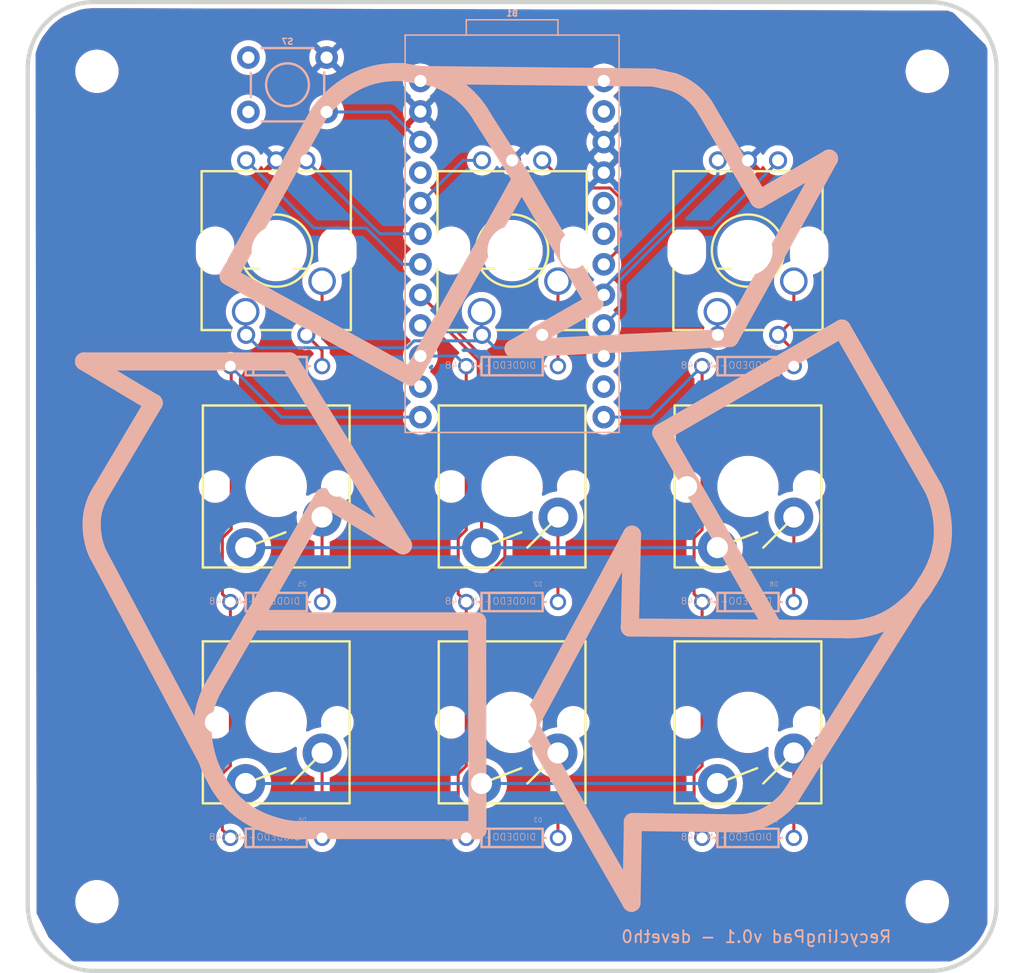
<source format=kicad_pcb>
(kicad_pcb (version 20211014) (generator pcbnew)
  (title_block (comment 4 "AISLER Project ID: XOFENIER"))
  (layers (0 "F.Cu" signal) (31 "B.Cu" signal) (34 "B.Paste" user) (35 "F.Paste" user) (36 "B.SilkS" user "B.Silkscreen") (37 "F.SilkS" user "F.Silkscreen") (38 "B.Mask" user) (39 "F.Mask" user) (44 "Edge.Cuts" user))
  (net 0 "")
  (net 1 "/NC{slash}TX{slash}D3")
  (net 2 "/NC{slash}RX{slash}D2")
  (net 3 "GND")
  (net 4 "/SDA")
  (net 5 "/SCL")
  (net 6 "/COL0")
  (net 7 "/ENCODER1_L1")
  (net 8 "/ENCODER1_L0")
  (net 9 "/ENCODER0_L0")
  (net 10 "/ENCODER0_L1")
  (net 11 "/ENCODER2_L0")
  (net 12 "/ENCODER2_L1")
  (net 13 "/COL2")
  (net 14 "/COL1")
  (net 15 "/ROW2")
  (net 16 "/ROW1")
  (net 17 "/ROW0")
  (net 18 "VCC")
  (net 19 "/RESET")
  (net 20 "/RAW")
  (net 21 "Net-(D1-PadA)")
  (net 22 "Net-(D2-PadA)")
  (net 23 "Net-(D3-PadA)")
  (net 24 "Net-(D4-PadA)")
  (net 25 "Net-(D5-PadA)")
  (net 26 "Net-(D6-PadA)")
  (net 27 "Net-(D7-PadA)")
  (net 28 "Net-(D8-PadA)")
  (net 29 "Net-(D9-PadA)")
  (footprint "RecyclingPad:CHERRY-MX" (layer "F.Cu") (at 130.4 100 180)
    (fp_text reference "S3" hide)
    (fp_text value "MOMENTARY-SWITCH-SPST-LED-PTH-CHERRY" hide)
  )
  (footprint "RecyclingPad:CHERRY-MX-ENCODER" (layer "F.Cu") (at 150 80.4)
    (fp_text reference "RE_0_1" hide)
    (fp_text value "CHERRY-MX-ENCODER" hide)
  )
  (footprint "MountingHole:MountingHole_2.7mm" (layer "F.Cu") (at 115.5 134.5)
    (fp_text reference "REF**" hide)
    (fp_text value "MountingHole_2.7mm")
  )
  (footprint "RecyclingPad:CHERRY-MX-ENCODER" (layer "F.Cu") (at 169.6 80.4)
    (fp_text reference "RE_3_2" hide)
    (fp_text value "CHERRY-MX-ENCODER" hide)
  )
  (footprint "RecyclingPad:CHERRY-MX" (layer "F.Cu") (at 130.4 119.6 180)
    (fp_text reference "S4" hide)
    (fp_text value "MOMENTARY-SWITCH-SPST-LED-PTH-CHERRY" hide)
  )
  (footprint "RecyclingPad:CHERRY-MX" (layer "F.Cu") (at 169.6 119.6 180)
    (fp_text reference "S6" hide)
    (fp_text value "MOMENTARY-SWITCH-SPST-LED-PTH-CHERRY" hide)
  )
  (footprint "RecyclingPad:CHERRY-MX" (layer "F.Cu") (at 169.6 100 180)
    (fp_text reference "S5" hide)
    (fp_text value "MOMENTARY-SWITCH-SPST-LED-PTH-CHERRY" hide)
  )
  (footprint "MountingHole:MountingHole_2.7mm" (layer "F.Cu") (at 184.4 65.5)
    (fp_text reference "REF**" hide)
    (fp_text value "MountingHole_2.7mm")
  )
  (footprint "RecyclingPad:CHERRY-MX" (layer "F.Cu") (at 150 100 180)
    (fp_text reference "S1" hide)
    (fp_text value "MOMENTARY-SWITCH-SPST-LED-PTH-CHERRY" hide)
  )
  (footprint "MountingHole:MountingHole_2.7mm" (layer "F.Cu") (at 115.5 65.5)
    (fp_text reference "REF**" hide)
    (fp_text value "MountingHole_2.7mm")
  )
  (footprint "RecyclingPad:CHERRY-MX-ENCODER" (layer "F.Cu") (at 130.4 80.4)
    (fp_text reference "RE_3_1" hide)
    (fp_text value "CHERRY-MX-ENCODER" hide)
  )
  (footprint "RecyclingPad:CHERRY-MX" (layer "F.Cu") (at 150 119.6 180)
    (fp_text reference "S2" hide)
    (fp_text value "MOMENTARY-SWITCH-SPST-LED-PTH-CHERRY" hide)
  )
  (footprint "MountingHole:MountingHole_2.7mm" (layer "F.Cu") (at 184.5 134.5)
    (fp_text reference "REF**" hide)
    (fp_text value "MountingHole_2.7mm")
  )
  (footprint "RecyclingPad:DO-1N4148" (layer "B.Cu") (at 150 129.2 180)
    (fp_text reference "D3")
    (fp_text value "DIODEDO-1N4148")
  )
  (footprint "RecyclingPad:DO-1N4148" (layer "B.Cu") (at 150 109.6 180)
    (fp_text reference "D2")
    (fp_text value "DIODEDO-1N4148")
  )
  (footprint "RecyclingPad:DO-1N4148" (layer "B.Cu") (at 130.4 129.2 180)
    (fp_text reference "D6")
    (fp_text value "DIODEDO-1N4148")
  )
  (footprint "RecyclingPad:DO-1N4148" (layer "B.Cu") (at 130.4 109.6 180)
    (fp_text reference "D5")
    (fp_text value "DIODEDO-1N4148")
  )
  (footprint "RecyclingPad:DO-1N4148" (layer "B.Cu") (at 150 90 180)
    (fp_text reference "D1")
    (fp_text value "DIODEDO-1N4148")
  )
  (footprint "RecyclingPad:DO-1N4148" (layer "B.Cu") (at 130.4 90 180)
    (fp_text reference "D4")
    (fp_text value "DIODEDO-1N4148")
  )
  (footprint "RecyclingPad:SPARKFUN_PRO_MICRO" (layer "B.Cu") (at 150 79 180)
    (fp_text reference "B1")
    (fp_text value locked "SPARKFUN_PRO_MICRO")
  )
  (footprint "RecyclingPad:DO-1N4148" (layer "B.Cu") (at 169.6 90 180)
    (fp_text reference "D7")
    (fp_text value "DIODEDO-1N4148")
  )
  (footprint "RecyclingPad:TACTILE_SWITCH_PTH_6.0MM" (layer "B.Cu") (at 131.33762 66.61682 180)
    (fp_text reference "S7")
    (fp_text value "MOMENTARY-SWITCH-SPST-PTH-6.0MM")
  )
  (footprint "RecyclingPad:DO-1N4148" (layer "B.Cu") (at 169.6 129.2 180)
    (fp_text reference "D9")
    (fp_text value "DIODEDO-1N4148")
  )
  (footprint "RecyclingPad:DO-1N4148" (layer "B.Cu") (at 169.6 109.6 180)
    (fp_text reference "D8")
    (fp_text value "DIODEDO-1N4148")
  )
  (gr_line (start 124.513936 118.31362) (end 124.607806 117.996659) (layer "B.SilkS") (width 0.46302))
  (gr_line (start 185.789146 104.106533) (end 185.759845 104.488798) (layer "B.SilkS") (width 0.46302))
  (gr_line (start 124.842221 117.373057) (end 124.982768 117.066416) (layer "B.SilkS") (width 0.46302))
  (gr_line (start 131.585954 128.512479) (end 131.412669 128.489419) (layer "B.SilkS") (width 0.46302))
  (gr_line (start 172.349143 126.586157) (end 172.260866 126.661424) (layer "B.SilkS") (width 0.46302))
  (gr_line (start 147.118827 128.548291) (end 147.118827 128.548291) (layer "B.SilkS") (width 1.504817))
  (gr_line (start 185.007798 107.048274) (end 184.822227 107.397273) (layer "B.SilkS") (width 0.46302))
  (gr_line (start 183.242048 109.570224) (end 183.33429 109.483407) (layer "B.SilkS") (width 0.46302))
  (gr_line (start 171.684029 127.094173) (end 171.484718 127.22067) (layer "B.SilkS") (width 1.504817))
  (gr_line (start 183.512731 109.31024) (end 173.233657 125.608571) (layer "B.SilkS") (width 1.504817))
  (gr_line (start 124.607813 117.996651) (end 124.717241 117.68313) (layer "B.SilkS") (width 1.504817))
  (gr_line (start 179.460434 111.705398) (end 179.132272 111.766702) (layer "B.SilkS") (width 1.504817))
  (gr_line (start 146.968261 68.470077) (end 147.167668 68.74409) (layer "B.SilkS") (width 0.46302))
  (gr_line (start 173.129101 125.758493) (end 173.072698 125.833702) (layer "B.SilkS") (width 0.46302))
  (gr_line (start 130.327404 128.248505) (end 130.138947 128.191262) (layer "B.SilkS") (width 0.46302))
  (gr_line (start 140.937511 104.88839) (end 134.339463 100.883265) (layer "B.SilkS") (width 0.46302))
  (gr_line (start 124.46052 121.816007) (end 124.430805 121.672432) (layer "B.SilkS") (width 0.46302))
  (gr_line (start 182.851377 109.917491) (end 182.952301 109.830674) (layer "B.SilkS") (width 0.46302))
  (gr_line (start 115.061858 103.069549) (end 115.070259 102.841572) (layer "B.SilkS") (width 0.46302))
  (gr_line (start 170.455071 127.708951) (end 170.242719 127.777953) (layer "B.SilkS") (width 0.46302))
  (gr_line (start 132.419752 128.554531) (end 132.257347 128.555887) (layer "B.SilkS") (width 1.504817))
  (gr_line (start 177.400388 86.876883) (end 185.017078 100.188737) (layer "B.SilkS") (width 1.504817))
  (gr_line (start 115.124097 104.00819) (end 115.124097 104.00819) (layer "B.SilkS") (width 1.504817))
  (gr_line (start 185.22149 100.66565) (end 185.311541 100.906579) (layer "B.SilkS") (width 0.46302))
  (gr_line (start 176.335424 72.754277) (end 176.335424 72.754277) (layer "B.SilkS") (width 0.46302))
  (gr_line (start 147.095676 111.208161) (end 147.095676 111.208161) (layer "B.SilkS") (width 0.46302))
  (gr_line (start 184.392484 108.082776) (end 184.392484 108.082776) (layer "B.SilkS") (width 0.46302))
  (gr_line (start 173.233657 125.608571) (end 173.183065 125.683758) (layer "B.SilkS") (width 1.504817))
  (gr_line (start 141.631559 90.881541) (end 141.631559 90.881541) (layer "B.SilkS") (width 1.504817))
  (gr_line (start 135.242347 67.568451) (end 135.552331 67.302912) (layer "B.SilkS") (width 1.504817))
  (gr_line (start 185.22101 100.666117) (end 185.31106 100.907046) (layer "B.SilkS") (width 1.504817))
  (gr_line (start 172.170168 126.73716) (end 172.076114 126.81243) (layer "B.SilkS") (width 1.504817))
  (gr_line (start 126.444476 82.524013) (end 133.899112 69.096409) (layer "B.SilkS") (width 0.46302))
  (gr_line (start 135.552331 67.302912) (end 135.868836 67.056191) (layer "B.SilkS") (width 1.504817))
  (gr_line (start 165.15842 67.447387) (end 165.318285 67.599492) (layer "B.SilkS") (width 1.504817))
  (gr_line (start 185.71053 104.867376) (end 185.642162 105.241331) (layer "B.SilkS") (width 1.504817))
  (gr_line (start 134.871901 67.924397) (end 135.054238 67.744254) (layer "B.SilkS") (width 1.504817))
  (gr_line (start 163.394006 66.387749) (end 163.61898 66.478001) (layer "B.SilkS") (width 0.46302))
  (gr_line (start 183.525403 109.286711) (end 183.521864 109.2925) (layer "B.SilkS") (width 0.46302))
  (gr_line (start 183.545758 109.257657) (end 183.541323 109.263474) (layer "B.SilkS") (width 0.46302))
  (gr_line (start 179.783716 111.628539) (end 180.102118 111.536125) (layer "B.SilkS") (width 0.46302))
  (gr_line (start 183.570797 109.228672) (end 183.565398 109.234447) (layer "B.SilkS") (width 0.46302))
  (gr_line (start 185.642166 102.133421) (end 185.642166 102.133421) (layer "B.SilkS") (width 1.504817))
  (gr_line (start 124.435624 118.634021) (end 124.513936 118.31362) (layer "B.SilkS") (width 0.46302))
  (gr_line (start 171.484718 127.22067) (end 171.28323 127.337585) (layer "B.SilkS") (width 1.504817))
  (gr_line (start 126.818967 126.263327) (end 126.557781 125.989296) (layer "B.SilkS") (width 1.504817))
  (gr_line (start 164.991314 67.302157) (end 165.15842 67.447387) (layer "B.SilkS") (width 0.46302))
  (gr_line (start 124.708628 122.760535) (end 124.668887 122.632157) (layer "B.SilkS") (width 1.504817))
  (gr_line (start 139.780353 65.583961) (end 140.174999 65.562987) (layer "B.SilkS") (width 0.46302))
  (gr_line (start 164.446574 66.907712) (end 164.63539 67.03232) (layer "B.SilkS") (width 1.504817))
  (gr_line (start 170.873263 127.542199) (end 170.665253 127.630366) (layer "B.SilkS") (width 0.46302))
  (gr_line (start 115.50894 105.438881) (end 115.587118 105.605609) (layer "B.SilkS") (width 1.504817))
  (gr_line (start 169.372101 127.958603) (end 169.148917 127.979693) (layer "B.SilkS") (width 1.504817))
  (gr_line (start 184.617123 107.742107) (end 184.392484 108.082776) (layer "B.SilkS") (width 0.46302))
  (gr_line (start 120.217331 93.058206) (end 120.217331 93.058206) (layer "B.SilkS") (width 0.46302))
  (gr_line (start 183.823248 108.929766) (end 183.705736 109.073353) (layer "B.SilkS") (width 1.504817))
  (gr_line (start 185.642646 102.132953) (end 185.711013 102.535966) (layer "B.SilkS") (width 0.46302))
  (gr_line (start 124.830076 123.109183) (end 124.767894 122.937379) (layer "B.SilkS") (width 1.504817))
  (gr_line (start 163.394006 66.387749) (end 163.61898 66.478001) (layer "B.SilkS") (width 1.504817))
  (gr_line (start 185.710533 102.536433) (end 185.759366 102.935299) (layer "B.SilkS") (width 1.504817))
  (gr_line (start 183.5459 109.258125) (end 183.541492 109.263941) (layer "B.SilkS") (width 1.504817))
  (gr_line (start 151.424934 119.820347) (end 159.967666 104.00819) (layer "B.SilkS") (width 1.504817))
  (gr_line (start 124.325678 119.285135) (end 124.372876 118.957854) (layer "B.SilkS") (width 1.504817))
  (gr_line (start 115.063042 103.300245) (end 115.061858 103.069549) (layer "B.SilkS") (width 0.46302))
  (gr_line (start 126.30962 125.70044) (end 126.074486 125.39676) (layer "B.SilkS") (width 1.504817))
  (gr_line (start 183.555193 109.246036) (end 183.55038 109.251844) (layer "B.SilkS") (width 0.46302))
  (gr_line (start 182.952104 109.830674) (end 182.851242 109.917491) (layer "B.SilkS") (width 0.46302))
  (gr_line (start 143.437822 65.994182) (end 143.771249 66.113013) (layer "B.SilkS") (width 0.46302))
  (gr_line (start 145.816585 67.279066) (end 146.067539 67.493393) (layer "B.SilkS") (width 1.504817))
  (gr_line (start 185.642646 102.132953) (end 185.642646 102.132953) (layer "B.SilkS") (width 0.46302))
  (gr_line (start 146.968261 68.470077) (end 146.758544 68.208) (layer "B.SilkS") (width 0.46302))
  (gr_line (start 179.132272 111.766702) (end 178.799229 111.812452) (layer "B.SilkS") (width 1.504817))
  (gr_line (start 183.565312 109.234915) (end 183.560194 109.240704) (layer "B.SilkS") (width 1.504817))
  (gr_line (start 159.967666 104.00819) (end 159.782922 111.717485) (layer "B.SilkS") (width 0.46302))
  (gr_line (start 131.757065 128.530656) (end 131.585954 128.512479) (layer "B.SilkS") (width 1.504817))
  (gr_line (start 156.8418 84.723363) (end 156.8418 84.723363) (layer "B.SilkS") (width 0.46302))
  (gr_line (start 184.038776 108.644711) (end 183.93426 108.786883) (layer "B.SilkS") (width 1.504817))
  (gr_line (start 131.491888 89.608708) (end 140.937511 104.88839) (layer "B.SilkS") (width 0.46302))
  (gr_line (start 169.811509 127.887209) (end 169.592654 127.927464) (layer "B.SilkS") (width 0.46302))
  (gr_line (start 124.325671 119.285143) (end 124.37287 118.957862) (layer "B.SilkS") (width 0.46302))
  (gr_line (start 183.525656 109.287178) (end 183.522151 109.292967) (layer "B.SilkS") (width 1.504817))
  (gr_line (start 172.076114 126.81243) (end 172.076114 126.81243) (layer "B.SilkS") (width 1.504817))
  (gr_line (start 125.310551 116.463448) (end 128.366489 111.208161) (layer "B.SilkS") (width 1.504817))
  (gr_line (start 171.881161 126.958093) (end 171.684029 127.094173) (layer "B.SilkS") (width 1.504817))
  (gr_line (start 170.66572 127.630834) (end 170.455538 127.709418) (layer "B.SilkS") (width 1.504817))
  (gr_line (start 138.266827 65.855949) (end 138.635447 65.759737) (layer "B.SilkS") (width 1.504817))
  (gr_line (start 181.028057 111.165545) (end 181.326949 111.010904) (layer "B.SilkS") (width 0.46302))
  (gr_line (start 170.524049 76.134327) (end 170.524049 76.134327) (layer "B.SilkS") (width 1.504817))
  (gr_line (start 170.242719 127.777953) (end 170.028198 127.837372) (layer "B.SilkS") (width 0.46302))
  (gr_line (start 115.094162 103.769798) (end 115.07381 103.533661) (layer "B.SilkS") (width 0.46302))
  (gr_line (start 165.616291 67.924332) (end 165.754429 68.097068) (layer "B.SilkS") (width 0.46302))
  (gr_line (start 135.242347 67.568451) (end 135.242347 67.568451) (layer "B.SilkS") (width 0.46302))
  (gr_line (start 115.11582 102.393766) (end 115.15298 102.173935) (layer "B.SilkS") (width 0.46302))
  (gr_line (start 134.35953 68.49087) (end 134.524547 68.297705) (layer "B.SilkS") (width 1.504817))
  (gr_line (start 185.642166 102.133421) (end 185.710533 102.536433) (layer "B.SilkS") (width 1.504817))
  (gr_line (start 124.292428 120.628668) (end 124.277408 120.287627) (layer "B.SilkS") (width 0.46302))
  (gr_line (start 132.419752 128.554531) (end 132.257347 128.555887) (layer "B.SilkS") (width 0.46302))
  (gr_line (start 172.075647 126.811963) (end 172.075647 126.811963) (layer "B.SilkS") (width 0.46302))
  (gr_line (start 126.30962 125.70044) (end 126.074486 125.39676) (layer "B.SilkS") (width 0.46302))
  (gr_line (start 185.789147 103.329549) (end 185.798913 103.720117) (layer "B.SilkS") (width 0.46302))
  (gr_line (start 125.85238 125.078259) (end 125.643303 124.744939) (layer "B.SilkS") (width 1.504817))
  (gr_line (start 147.356765 69.030042) (end 147.535553 69.32793) (layer "B.SilkS") (width 0.46302))
  (gr_line (start 166.125364 68.656546) (end 166.125364 68.656546) (layer "B.SilkS") (width 0.46302))
  (gr_line (start 127.093176 126.52253) (end 126.818967 126.263327) (layer "B.SilkS") (width 1.504817))
  (gr_line (start 185.642162 105.241331) (end 185.554261 105.611131) (layer "B.SilkS") (width 1.504817))
  (gr_line (start 156.8418 84.723363) (end 150.776214 74.421151) (layer "B.SilkS") (width 0.46302))
  (gr_line (start 171.751541 111.809623) (end 177.770811 111.856387) (layer "B.SilkS") (width 0.46302))
  (gr_line (start 179.132272 111.766702) (end 178.799229 111.812452) (layer "B.SilkS") (width 0.46302))
  (gr_line (start 124.708628 122.761002) (end 115.587118 105.606077) (layer "B.SilkS") (width 0.46302))
  (gr_line (start 169.14845 127.979225) (end 168.923104 127.990732) (layer "B.SilkS") (width 0.46302))
  (gr_line (start 124.323008 120.973613) (end 124.369134 121.321536) (layer "B.SilkS") (width 0.46302))
  (gr_line (start 168.093193 87.663543) (end 168.093193 87.663543) (layer "B.SilkS") (width 0.46302))
  (gr_line (start 146.758544 68.208) (end 146.968261 68.470077) (layer "B.SilkS") (width 1.504817))
  (gr_line (start 183.560198 109.240236) (end 183.555193 109.246036) (layer "B.SilkS") (width 0.46302))
  (gr_line (start 124.325678 119.285602) (end 124.294035 119.616323) (layer "B.SilkS") (width 0.46302))
  (gr_line (start 185.798432 103.720584) (end 185.788665 104.107) (layer "B.SilkS") (width 1.504817))
  (gr_line (start 130.879791 128.390937) (end 130.697828 128.348343) (layer "B.SilkS") (width 1.504817))
  (gr_line (start 115.256063 101.741945) (end 115.199726 101.956351) (layer "B.SilkS") (width 1.504817))
  (gr_line (start 115.124097 104.008657) (end 115.094162 103.769798) (layer "B.SilkS") (width 0.46302))
  (gr_line (start 146.308183 67.719658) (end 146.067539 67.493393) (layer "B.SilkS") (width 0.46302))
  (gr_line (start 156.8418 84.723363) (end 156.8418 84.723363) (layer "B.SilkS") (width 1.504817))
  (gr_line (start 124.593705 122.368802) (end 124.558262 122.233847) (layer "B.SilkS") (width 1.504817))
  (gr_line (start 170.87373 127.542667) (end 170.66572 127.630834) (layer "B.SilkS") (width 1.504817))
  (gr_line (start 177.400869 86.876416) (end 185.017559 100.188269) (layer "B.SilkS") (width 0.46302))
  (gr_line (start 124.277941 119.950026) (end 124.294029 119.615864) (layer "B.SilkS") (width 0.46302))
  (gr_line (start 169.148917 127.979693) (end 168.923571 127.9912) (layer "B.SilkS") (width 1.504817))
  (gr_line (start 146.067539 67.493393) (end 146.308183 67.719658) (layer "B.SilkS") (width 0.46302))
  (gr_line (start 128.659534 127.596064) (end 128.320225 127.411028) (layer "B.SilkS") (width 0.46302))
  (gr_line (start 171.751541 111.810091) (end 171.751541 111.810091) (layer "B.SilkS") (width 1.504817))
  (gr_line (start 115.47203 105.352267) (end 115.436573 105.262976) (layer "B.SilkS") (width 0.46302))
  (gr_line (start 142.326568 65.808971) (end 142.326568 65.808971) (layer "B.SilkS") (width 0.46302))
  (gr_line (start 161.750284 66.017327) (end 163.394006 66.387749) (layer "B.SilkS") (width 0.46302))
  (gr_line (start 173.013389 125.908919) (end 172.951178 125.984145) (layer "B.SilkS") (width 0.46302))
  (gr_line (start 182.748281 110.004308) (end 182.473763 110.236748) (layer "B.SilkS") (width 1.504817))
  (gr_line (start 132.579977 128.548291) (end 132.579977 128.548291) (layer "B.SilkS") (width 0.46302))
  (gr_line (start 164.446574 66.907712) (end 164.63539 67.03232) (layer "B.SilkS") (width 0.46302))
  (gr_line (start 183.576396 109.222914) (end 183.570797 109.228672) (layer "B.SilkS") (width 0.46302))
  (gr_line (start 130.327404 128.248505) (end 130.138947 128.191262) (layer "B.SilkS") (width 1.504817))
  (gr_line (start 164.04724 66.679114) (end 164.250523 66.789977) (layer "B.SilkS") (width 1.504817))
  (gr_line (start 128.366489 111.208161) (end 134.339456 100.882798) (layer "B.SilkS") (width 1.504817))
  (gr_line (start 150.127988 88.543283) (end 150.127988 88.543283) (layer "B.SilkS") (width 0.46302))
  (gr_line (start 130.513698 128.300866) (end 130.327404 128.248505) (layer "B.SilkS") (width 0.46302))
  (gr_line (start 120.217331 93.057746) (end 115.79548 100.512382) (layer "B.SilkS") (width 1.504817))
  (gr_line (start 131.926002 128.54395) (end 131.757065 128.530656) (layer "B.SilkS") (width 1.504817))
  (gr_line (start 173.129565 125.758956) (end 173.07316 125.834164) (layer "B.SilkS") (width 1.504817))
  (gr_line (start 170.028665 127.83784) (end 169.811976 127.887676) (layer "B.SilkS") (width 1.504817))
  (gr_line (start 142.326555 65.808971) (end 161.750284 66.017327) (layer "B.SilkS") (width 0.46302))
  (gr_line (start 147.167668 68.74409) (end 147.356765 69.030042) (layer "B.SilkS") (width 0.46302))
  (gr_line (start 144.709676 66.541127) (end 144.407176 66.386485) (layer "B.SilkS") (width 0.46302))
  (gr_line (start 184.228828 108.362056) (end 184.137284 108.502789) (layer "B.SilkS") (width 0.46302))
  (gr_line (start 180.102118 111.536125) (end 179.783716 111.628539) (layer "B.SilkS") (width 0.46302))
  (gr_line (start 173.013851 125.909381) (end 172.951639 125.984606) (layer "B.SilkS") (width 1.504817))
  (gr_line (start 183.541492 109.263941) (end 183.537263 109.269757) (layer "B.SilkS") (width 1.504817))
  (gr_line (start 140.576149 65.560822) (end 140.983801 65.577464) (layer "B.SilkS") (width 1.504817))
  (gr_line (start 140.937498 104.887923) (end 131.491881 89.608241) (layer "B.SilkS") (width 1.504817))
  (gr_line (start 185.393649 101.148978) (end 185.467813 101.392831) (layer "B.SilkS") (width 0.46302))
  (gr_line (start 115.79548 100.512382) (end 115.681598 100.710545) (layer "B.SilkS") (width 1.504817))
  (gr_line (start 124.37287 118.957862) (end 124.435624 118.634021) (layer "B.SilkS") (width 0.46302))
  (gr_line (start 183.147636 109.657041) (end 183.242048 109.570224) (layer "B.SilkS") (width 0.46302))
  (gr_line (start 168.695596 127.992657) (end 168.695596 127.992657) (layer "B.SilkS") (width 0.46302))
  (gr_line (start 132.579977 128.548291) (end 132.419752 128.554531) (layer "B.SilkS") (width 0.46302))
  (gr_line (start 146.538518 67.95786) (end 146.758544 68.208) (layer "B.SilkS") (width 0.46302))
  (gr_line (start 170.524049 76.134327) (end 170.524049 76.134327) (layer "B.SilkS") (width 0.46302))
  (gr_line (start 143.437822 65.994182) (end 142.326568 65.808971) (layer "B.SilkS") (width 0.46302))
  (gr_line (start 151.424934 119.820347) (end 159.967666 104.00819) (layer "B.SilkS") (width 0.46302))
  (gr_line (start 185.759845 104.488798) (end 185.711011 104.866909) (layer "B.SilkS") (width 0.46302))
  (gr_line (start 169.593121 127.927931) (end 169.372101 127.958603) (layer "B.SilkS") (width 1.504817))
  (gr_line (start 115.577309 100.911413) (end 115.482611 101.114985) (layer "B.SilkS") (width 1.504817))
  (gr_line (start 124.524251 122.096722) (end 124.491673 121.957437) (layer "B.SilkS") (width 1.504817))
  (gr_line (start 172.818052 126.134617) (end 172.747139 126.209863) (layer "B.SilkS") (width 0.46302))
  (gr_line (start 159.782922 111.717485) (end 159.782922 111.717485) (layer "B.SilkS") (width 1.504817))
  (gr_line (start 176.335424 72.754277) (end 176.335424 72.754277) (layer "B.SilkS") (width 1.504817))
  (gr_line (start 134.046812 68.890222) (end 134.200285 68.688376) (layer "B.SilkS") (width 0.46302))
  (gr_line (start 128.366489 111.208161) (end 147.095676 111.208161) (layer "B.SilkS") (width 0.46302))
  (gr_line (start 173.233657 125.608571) (end 173.233657 125.608571) (layer "B.SilkS") (width 1.504817))
  (gr_line (start 125.310551 116.463448) (end 125.310551 116.463448) (layer "B.SilkS") (width 1.504817))
  (gr_line (start 168.093193 87.663543) (end 168.093193 87.663543) (layer "B.SilkS") (width 1.504817))
  (gr_line (start 144.094367 66.24378) (end 144.407176 66.386485) (layer "B.SilkS") (width 0.46302))
  (gr_line (start 150.127988 88.543283) (end 156.8418 84.723363) (layer "B.SilkS") (width 0.46302))
  (gr_line (start 185.017559 100.188269) (end 185.123496 100.426208) (layer "B.SilkS") (width 0.46302))
  (gr_line (start 128.366489 111.208161) (end 125.310551 116.463909) (layer "B.SilkS") (width 0.46302))
  (gr_line (start 185.017078 100.188737) (end 185.017078 100.188737) (layer "B.SilkS") (width 1.504817))
  (gr_line (start 182.748281 110.004308) (end 182.748281 110.004308) (layer "B.SilkS") (width 1.504817))
  (gr_line (start 166.125364 68.656546) (end 166.125364 68.656546) (layer "B.SilkS") (width 1.504817))
  (gr_line (start 147.118827 128.548291) (end 132.579977 128.548291) (layer "B.SilkS") (width 1.504817))
  (gr_line (start 115.436573 105.262706) (end 115.50894 105.438881) (layer "B.SilkS") (width 1.504817))
  (gr_line (start 183.334224 109.483407) (end 183.241925 109.570224) (layer "B.SilkS") (width 0.46302))
  (gr_line (start 125.447256 124.396801) (end 125.264242 124.033848) (layer "B.SilkS") (width 1.504817))
  (gr_line (start 115.152977 102.173468) (end 115.115817 102.393299) (layer "B.SilkS") (width 1.504817))
  (gr_line (start 182.952301 109.830674) (end 183.051054 109.743857) (layer "B.SilkS") (width 0.46302))
  (gr_line (start 126.444476 82.524013) (end 126.444476 82.524013) (layer "B.SilkS") (width 0.46302))
  (gr_line (start 125.184611 123.892402) (end 125.107887 123.745882) (layer "B.SilkS") (width 1.504817))
  (gr_line (start 128.366489 111.208161) (end 128.366489 111.208161) (layer "B.SilkS") (width 1.504817))
  (gr_line (start 124.430812 121.6729) (end 124.460527 121.816448) (layer "B.SilkS") (width 0.46302))
  (gr_line (start 172.67333 126.285114) (end 172.596624 126.360369) (layer "B.SilkS") (width 0.46302))
  (gr_line (start 135.242347 67.568451) (end 135.552331 67.302912) (layer "B.SilkS") (width 0.46302))
  (gr_line (start 183.706217 109.072886) (end 183.582199 109.217174) (layer "B.SilkS") (width 0.46302))
  (gr_line (start 124.277415 120.288088) (end 124.292435 120.62913) (layer "B.SilkS") (width 0.46302))
  (gr_line (start 140.174999 65.562987) (end 140.576149 65.560822) (layer "B.SilkS") (width 0.46302))
  (gr_line (start 115.397505 101.321263) (end 115.321989 101.53025) (layer "B.SilkS") (width 1.504817))
  (gr_line (start 124.895166 123.275941) (end 124.830076 123.109183) (layer "B.SilkS") (width 1.504817))
  (gr_line (start 170.243186 127.77842) (end 170.028665 127.83784) (layer "B.SilkS") (width 1.504817))
  (gr_line (start 181.326949 111.010904) (end 181.620965 110.840705) (layer "B.SilkS") (width 0.46302))
  (gr_line (start 130.879791 128.390937) (end 130.697828 128.348343) (layer "B.SilkS") (width 0.46302))
  (gr_line (start 124.558262 122.233847) (end 124.524251 122.096722) (layer "B.SilkS") (width 1.504817))
  (gr_line (start 139.010575 65.682335) (end 139.392211 65.623743) (layer "B.SilkS") (width 0.46302))
  (gr_line (start 125.138876 116.763215) (end 125.310545 116.463455) (layer "B.SilkS") (width 0.46302))
  (gr_line (start 146.308183 67.719658) (end 146.538518 67.95786) (layer "B.SilkS") (width 1.504817))
  (gr_line (start 114.429568 89.608241) (end 114.429568 89.608241) (layer "B.SilkS") (width 1.504817))
  (gr_line (start 138.635447 65.759737) (end 139.010575 65.682335) (layer "B.SilkS") (width 1.504817))
  (gr_line (start 124.708622 122.760535) (end 124.708622 122.760535) (layer "B.SilkS") (width 0.46302))
  (gr_line (start 134.524547 68.297705) (end 134.695338 68.108881) (layer "B.SilkS") (width 1.504817))
  (gr_line (start 124.593705 122.369061) (end 124.63058 122.501844) (layer "B.SilkS") (width 0.46302))
  (gr_line (start 171.880694 126.957625) (end 171.683561 127.093705) (layer "B.SilkS") (width 0.46302))
  (gr_line (start 134.871901 67.924397) (end 135.054238 67.744254) (layer "B.SilkS") (width 0.46302))
  (gr_line (start 183.512264 109.309773) (end 183.512264 109.309773) (layer "B.SilkS") (width 0.46302))
  (gr_line (start 132.579977 128.548291) (end 132.419752 128.554531) (layer "B.SilkS") (width 1.504817))
  (gr_line (start 138.635447 65.759737) (end 139.010575 65.682335) (layer "B.SilkS") (width 0.46302))
  (gr_line (start 140.983801 65.577464) (end 142.326555 65.808971) (layer "B.SilkS") (width 0.46302))
  (gr_line (start 124.294035 119.615856) (end 124.325678 119.285135) (layer "B.SilkS") (width 1.504817))
  (gr_line (start 147.535553 69.32793) (end 150.776695 74.421164) (layer "B.SilkS") (width 1.504817))
  (gr_line (start 115.587118 105.605609) (end 124.708628 122.760535) (layer "B.SilkS") (width 1.504817))
  (gr_line (start 147.095676 111.208161) (end 147.118827 128.548291) (layer "B.SilkS") (width 1.504817))
  (gr_line (start 125.85238 125.078259) (end 125.643303 124.744939) (layer "B.SilkS") (width 0.46302))
  (gr_line (start 164.63539 67.03232) (end 164.816971 67.163802) (layer "B.SilkS") (width 0.46302))
  (gr_line (start 115.115817 102.393299) (end 115.088243 102.615844) (layer "B.SilkS") (width 1.504817))
  (gr_line (start 178.118499 111.857294) (end 177.770811 111.856387) (layer "B.SilkS") (width 0.46302))
  (gr_line (start 124.63058 122.501576) (end 124.593705 122.368802) (layer "B.SilkS") (width 1.504817))
  (gr_line (start 115.161711 104.241151) (end 115.124097 104.008657) (layer "B.SilkS") (width 0.46302))
  (gr_line (start 124.277415 120.28762) (end 124.277948 119.950018) (layer "B.SilkS") (width 1.504817))
  (gr_line (start 162.39899 95.534905) (end 177.400869 86.876416) (layer "B.SilkS") (width 0.46302))
  (gr_line (start 183.565398 109.234447) (end 183.560198 109.240236) (layer "B.SilkS") (width 0.46302))
  (gr_line (start 159.967666 104.00819) (end 159.782922 111.717485) (layer "B.SilkS") (width 1.504817))
  (gr_line (start 172.951178 125.984145) (end 172.886065 126.059378) (layer "B.SilkS") (width 0.46302))
  (gr_line (start 177.770811 111.856387) (end 177.770811 111.856387) (layer "B.SilkS") (width 0.46302))
  (gr_line (start 185.123496 100.426208) (end 185.22149 100.66565) (layer "B.SilkS") (width 0.46302))
  (gr_line (start 124.767894 122.937379) (end 124.708622 122.760535) (layer "B.SilkS") (width 0.46302))
  (gr_line (start 172.886526 126.059839) (end 172.818513 126.135079) (layer "B.SilkS") (width 1.504817))
  (gr_line (start 162.39851 95.535372) (end 162.39851 95.535372) (layer "B.SilkS") (width 1.504817))
  (gr_line (start 184.821747 107.397736) (end 184.616642 107.742569) (layer "B.SilkS") (width 1.504817))
  (gr_line (start 150.776214 74.421151) (end 150.776214 74.421151) (layer "B.SilkS") (width 1.504817))
  (gr_line (start 131.757065 128.530656) (end 131.585954 128.512479) (layer "B.SilkS") (width 0.46302))
  (gr_line (start 115.587118 105.605609) (end 115.587118 105.605609) (layer "B.SilkS") (width 1.504817))
  (gr_line (start 127.680661 126.996446) (end 127.380408 126.766904) (layer "B.SilkS") (width 1.504817))
  (gr_line (start 141.631559 90.881541) (end 126.444476 82.524013) (layer "B.SilkS") (width 1.504817))
  (gr_line (start 115.79548 100.512382) (end 115.79548 100.512382) (layer "B.SilkS") (width 1.504817))
  (gr_line (start 131.412669 128.489419) (end 131.237213 128.461475) (layer "B.SilkS") (width 1.504817))
  (gr_line (start 177.770811 111.856387) (end 177.770811 111.856387) (layer "B.SilkS") (width 1.504817))
  (gr_line (start 163.394006 66.387749) (end 163.394006 66.387749) (layer "B.SilkS") (width 1.504817))
  (gr_line (start 140.983801 65.577464) (end 140.983801 65.577464) (layer "B.SilkS") (width 1.504817))
  (gr_line (start 183.512264 109.309773) (end 183.512264 109.309773) (layer "B.SilkS") (width 0.46302))
  (gr_line (start 134.695338 68.108881) (end 134.871901 67.924397) (layer "B.SilkS") (width 1.504817))
  (gr_line (start 144.094367 66.24378) (end 143.771249 66.113013) (layer "B.SilkS") (width 0.46302))
  (gr_line (start 182.473763 110.236748) (end 182.748281 110.004308) (layer "B.SilkS") (width 0.46302))
  (gr_line (start 115.061855 103.069082) (end 115.06304 103.299778) (layer "B.SilkS") (width 1.504817))
  (gr_line (start 131.237213 128.461475) (end 131.059587 128.428647) (layer "B.SilkS") (width 0.46302))
  (gr_line (start 137.549117 66.104809) (end 137.904716 65.970973) (layer "B.SilkS") (width 1.504817))
  (gr_line (start 166.125364 68.656546) (end 170.524049 76.134327) (layer "B.SilkS") (width 0.46302))
  (gr_line (start 131.491881 89.608241) (end 114.429568 89.608241) (layer "B.SilkS") (width 1.504817))
  (gr_line (start 131.237213 128.461475) (end 131.059587 128.428647) (layer "B.SilkS") (width 1.504817))
  (gr_line (start 177.770811 111.856387) (end 171.751541 111.809623) (layer "B.SilkS") (width 1.504817))
  (gr_line (start 185.467813 101.392831) (end 185.534034 101.638123) (layer "B.SilkS") (width 0.46302))
  (gr_line (start 147.535553 69.32793) (end 147.535553 69.32793) (layer "B.SilkS") (width 0.46302))
  (gr_line (start 135.054238 67.744254) (end 135.242347 67.568451) (layer "B.SilkS") (width 0.46302))
  (gr_line (start 135.868836 67.056191) (end 136.191859 66.828285) (layer "B.SilkS") (width 1.504817))
  (gr_line (start 182.748281 110.004308) (end 182.851377 109.917491) (layer "B.SilkS") (width 0.46302))
  (gr_line (start 115.06304 103.299778) (end 115.073808 103.533194) (layer "B.SilkS") (width 1.504817))
  (gr_line (start 145.001867 66.707706) (end 145.283749 66.886222) (layer "B.SilkS") (width 1.504817))
  (gr_line (start 184.313892 108.22205) (end 184.228828 108.362056) (layer "B.SilkS") (width 0.46302))
  (gr_line (start 115.088243 102.615844) (end 115.070256 102.841104) (layer "B.SilkS") (width 1.504817))
  (gr_line (start 124.294035 119.616323) (end 124.277948 119.950485) (layer "B.SilkS") (width 0.46302))
  (gr_line (start 165.885321 68.276682) (end 166.008966 68.463174) (layer "B.SilkS") (width 0.46302))
  (gr_line (start 124.668881 122.632157) (end 124.630573 122.501578) (layer "B.SilkS") (width 0.46302))
  (gr_line (start 125.107887 123.745882) (end 125.034072 123.594296) (layer "B.SilkS") (width 1.504817))
  (gr_line (start 139.392211 65.623743) (end 139.780353 65.583961) (layer "B.SilkS") (width 0.46302))
  (gr_line (start 147.118827 128.548291) (end 132.579977 128.548291) (layer "B.SilkS") (width 0.46302))
  (gr_line (start 164.816971 67.163802) (end 164.991314 67.302157) (layer "B.SilkS") (width 0.46302))
  (gr_line (start 180.415643 111.428155) (end 180.102118 111.536125) (layer "B.SilkS") (width 0.46302))
  (gr_line (start 141.631559 90.881541) (end 141.631559 90.881541) (layer "B.SilkS") (width 0.46302))
  (gr_line (start 115.370011 105.077363) (end 115.338905 104.98104) (layer "B.SilkS") (width 0.46302))
  (gr_line (start 124.513943 118.314077) (end 124.435631 118.634479) (layer "B.SilkS") (width 0.46302))
  (gr_line (start 128.366489 111.208161) (end 147.095676 111.208161) (layer "B.SilkS") (width 1.504817))
  (gr_line (start 129.755546 128.062125) (end 129.377195 127.921614) (layer "B.SilkS") (width 1.504817))
  (gr_line (start 181.910106 110.654946) (end 181.620965 110.840705) (layer "B.SilkS") (width 0.46302))
  (gr_line (start 120.217331 93.057746) (end 120.217331 93.057746) (layer "B.SilkS") (width 1.504817))
  (gr_line (start 177.400869 86.876416) (end 177.400869 86.876416) (layer "B.SilkS") (width 0.46302))
  (gr_line (start 124.630573 122.501578) (end 124.593698 122.368806) (layer "B.SilkS") (width 0.46302))
  (gr_line (start 185.017078 100.188737) (end 185.123015 100.426675) (layer "B.SilkS") (width 1.504817))
  (gr_line (start 185.173354 106.695577) (end 185.007317 107.048738) (layer "B.SilkS") (width 1.504817))
  (gr_line (start 124.435631 118.634012) (end 124.513943 118.313611) (layer "B.SilkS") (width 1.504817))
  (gr_line (start 124.717234 117.683138) (end 124.842221 117.373057) (layer "B.SilkS") (width 0.46302))
  (gr_line (start 172.169701 126.736693) (end 172.075647 126.811963) (layer "B.SilkS") (width 0.46302))
  (gr_line (start 150.776695 74.421164) (end 147.535553 69.32793) (layer "B.SilkS") (width 0.46302))
  (gr_line (start 140.937511 104.88839) (end 140.937511 104.88839) (layer "B.SilkS") (width 0.46302))
  (gr_line (start 144.407176 66.386485) (end 144.094367 66.24378) (layer "B.SilkS") (width 0.46302))
  (gr_line (start 145.555321 67.076675) (end 145.283749 66.886222) (layer "B.SilkS") (width 0.46302))
  (gr_line (start 172.517488 126.436093) (end 172.434994 126.511357) (layer "B.SilkS") (width 1.504817))
  (gr_line (start 124.292435 120.628663) (end 124.277415 120.28762) (layer "B.SilkS") (width 1.504817))
  (gr_line (start 183.581718 109.217641) (end 183.581718 109.217641) (layer "B.SilkS") (width 1.504817))
  (gr_line (start 162.39851 95.535372) (end 177.400388 86.876883) (layer "B.SilkS") (width 1.504817))
  (gr_line (start 142.326568 65.808971) (end 143.437822 65.994182) (layer "B.SilkS") (width 0.46302))
  (gr_line (start 178.461305 111.842649) (end 178.799229 111.812452) (layer "B.SilkS") (width 0.46302))
  (gr_line (start 128.366489 111.208161) (end 128.366489 111.208161) (layer "B.SilkS") (width 0.46302))
  (gr_line (start 135.242347 67.568451) (end 135.242347 67.568451) (layer "B.SilkS") (width 1.504817))
  (gr_line (start 173.23319 125.608103) (end 173.182599 125.683293) (layer "B.SilkS") (width 0.46302))
  (gr_line (start 169.371634 127.958136) (end 169.14845 127.979225) (layer "B.SilkS") (width 0.46302))
  (gr_line (start 172.075647 126.811963) (end 171.880694 126.957625) (layer "B.SilkS") (width 0.46302))
  (gr_line (start 179.783716 111.628539) (end 179.460434 111.705398) (layer "B.SilkS") (width 0.46302))
  (gr_line (start 178.799229 111.812452) (end 178.461305 111.842649) (layer "B.SilkS") (width 1.504817))
  (gr_line (start 129.755546 128.062125) (end 129.377195 127.921614) (layer "B.SilkS") (width 0.46302))
  (gr_line (start 124.767894 122.937379) (end 124.708622 122.760535) (layer "B.SilkS") (width 1.504817))
  (gr_line (start 185.123015 100.426675) (end 185.22101 100.666117) (layer "B.SilkS") (width 1.504817))
  (gr_line (start 115.161711 104.240702) (end 115.205105 104.463866) (layer "B.SilkS") (width 1.504817))
  (gr_line (start 145.816585 67.279066) (end 145.555321 67.076675) (layer "B.SilkS") (width 0.46302))
  (gr_line (start 131.059587 128.428647) (end 130.879791 128.390937) (layer "B.SilkS") (width 0.46302))
  (gr_line (start 134.35953 68.49087) (end 134.524547 68.297705) (layer "B.SilkS") (width 0.46302))
  (gr_line (start 172.517023 126.435629) (end 172.434529 126.510891) (layer "B.SilkS") (width 0.46302))
  (gr_line (start 145.555321 67.076675) (end 145.816585 67.279066) (layer "B.SilkS") (width 1.504817))
  (gr_line (start 126.074486 125.39676) (end 125.85238 125.078259) (layer "B.SilkS") (width 0.46302))
  (gr_line (start 115.199728 101.956818) (end 115.256064 101.742412) (layer "B.SilkS") (width 0.46302))
  (gr_line (start 115.254282 104.678009) (end 115.22897 104.57231) (layer "B.SilkS") (width 0.46302))
  (gr_line (start 114.429568 89.608708) (end 131.491888 89.608708) (layer "B.SilkS") (width 0.46302))
  (gr_line (start 124.708622 122.760535) (end 124.668881 122.632157) (layer "B.SilkS") (width 0.46302))
  (gr_line (start 180.415643 111.428155) (end 180.724289 111.304629) (layer "B.SilkS") (width 0.46302))
  (gr_line (start 136.191859 66.828285) (end 136.521401 66.619195) (layer "B.SilkS") (width 1.504817))
  (gr_line (start 129.948327 128.129135) (end 129.755546 128.062125) (layer "B.SilkS") (width 0.46302))
  (gr_line (start 140.937498 104.887923) (end 140.937498 104.887923) (layer "B.SilkS") (width 1.504817))
  (gr_line (start 124.369134 121.321536) (end 124.430812 121.6729) (layer "B.SilkS") (width 0.46302))
  (gr_line (start 141.631559 90.881541) (end 126.444476 82.524013) (layer "B.SilkS") (width 0.46302))
  (gr_line (start 178.461305 111.842649) (end 178.118499 111.857294) (layer "B.SilkS") (width 0.46302))
  (gr_line (start 185.798913 103.720117) (end 185.789146 104.106533) (layer "B.SilkS") (width 0.46302))
  (gr_line (start 172.747602 126.210325) (end 172.673793 126.285577) (layer "B.SilkS") (width 1.504817))
  (gr_line (start 137.549117 66.104809) (end 137.904716 65.970973) (layer "B.SilkS") (width 0.46302))
  (gr_line (start 140.983801 65.577464) (end 140.983801 65.577464) (layer "B.SilkS") (width 0.46302))
  (gr_line (start 128.320225 127.411028) (end 127.993934 127.211155) (layer "B.SilkS") (width 1.504817))
  (gr_line (start 176.335424 72.754277) (end 168.093193 87.663543) (layer "B.SilkS") (width 1.504817))
  (gr_line (start 163.394006 66.387749) (end 163.394006 66.387749) (layer "B.SilkS") (width 0.46302))
  (gr_line (start 173.07316 125.834164) (end 173.013851 125.909381) (layer "B.SilkS") (width 1.504817))
  (gr_line (start 115.577309 100.91188) (end 115.681598 100.711013) (layer "B.SilkS") (width 0.46302))
  (gr_line (start 124.430812 121.6729) (end 124.430812 121.6729) (layer "B.SilkS") (width 0.46302))
  (gr_line (start 183.512264 109.309773) (end 183.424342 109.39659) (layer "B.SilkS") (width 1.504817))
  (gr_line (start 124.491673 121.957437) (end 124.460527 121.816004) (layer "B.SilkS") (width 1.504817))
  (gr_line (start 147.535553 69.32793) (end 147.535553 69.32793) (layer "B.SilkS") (width 0.46302))
  (gr_line (start 147.095676 111.208161) (end 147.118827 128.548291) (layer "B.SilkS") (width 0.46302))
  (gr_line (start 182.194372 110.453627) (end 181.910106 110.654946) (layer "B.SilkS") (width 1.504817))
  (gr_line (start 161.750284 66.017327) (end 161.750284 66.017327) (layer "B.SilkS") (width 1.504817))
  (gr_line (start 183.705736 109.073353) (end 183.581718 109.217641) (layer "B.SilkS") (width 1.504817))
  (gr_line (start 146.538518 67.95786) (end 146.308183 67.719658) (layer "B.SilkS") (width 0.46302))
  (gr_line (start 172.349609 126.586623) (end 172.261333 126.661891) (layer "B.SilkS") (width 1.504817))
  (gr_line (start 147.535553 69.32793) (end 147.356765 69.030042) (layer "B.SilkS") (width 0.46302))
  (gr_line (start 135.868836 67.056191) (end 136.191859 66.828285) (layer "B.SilkS") (width 0.46302))
  (gr_line (start 171.751541 111.809623) (end 171.751541 111.809623) (layer "B.SilkS") (width 0.46302))
  (gr_line (start 172.747139 126.209863) (end 172.67333 126.285114) (layer "B.SilkS") (width 0.46302))
  (gr_line (start 147.167668 68.74409) (end 147.356765 69.030042) (layer "B.SilkS") (width 1.504817))
  (gr_line (start 144.407176 66.386485) (end 144.709676 66.541127) (layer "B.SilkS") (width 1.504817))
  (gr_line (start 142.326568 65.808971) (end 142.326568 65.808971) (layer "B.SilkS") (width 0.46302))
  (gr_line (start 147.535553 69.32793) (end 147.535553 69.32793) (layer "B.SilkS") (width 1.504817))
  (gr_line (start 130.697828 128.348343) (end 130.513698 128.300866) (layer "B.SilkS") (width 1.504817))
  (gr_line (start 127.993934 127.211155) (end 127.680661 126.996446) (layer "B.SilkS") (width 1.504817))
  (gr_line (start 129.755546 128.062125) (end 129.755546 128.062125) (layer "B.SilkS") (width 1.504817))
  (gr_line (start 181.910106 110.654946) (end 181.620965 110.840705) (layer "B.SilkS") (width 1.504817))
  (gr_line (start 143.437822 65.994182) (end 143.437822 65.994182) (layer "B.SilkS") (width 0.46302))
  (gr_line (start 185.533553 101.63859) (end 185.591831 101.885303) (layer "B.SilkS") (width 1.504817))
  (gr_line (start 165.15842 67.447387) (end 165.318285 67.599492) (layer "B.SilkS") (width 0.46302))
  (gr_line (start 183.512264 109.309773) (end 183.512264 109.309773) (layer "B.SilkS") (width 0.46302))
  (gr_line (start 130.138947 128.191262) (end 129.948327 128.129135) (layer "B.SilkS") (width 0.46302))
  (gr_line (start 179.460434 111.705398) (end 179.783716 111.628539) (layer "B.SilkS") (width 0.46302))
  (gr_line (start 165.754429 68.097068) (end 165.885321 68.276682) (layer "B.SilkS") (width 0.46302))
  (gr_line (start 133.899112 69.096409) (end 134.046812 68.890222) (layer "B.SilkS") (width 0.46302))
  (gr_line (start 185.759366 102.935299) (end 185.788666 103.330016) (layer "B.SilkS") (width 1.504817))
  (gr_line (start 143.437822 65.994182) (end 143.437822 65.994182) (layer "B.SilkS") (width 1.504817))
  (gr_line (start 179.783716 111.628539) (end 179.460434 111.705398) (layer "B.SilkS") (width 1.504817))
  (gr_line (start 146.308183 67.719658) (end 146.538518 67.95786) (layer "B.SilkS") (width 0.46302))
  (gr_line (start 166.008966 68.463174) (end 166.125364 68.656546) (layer "B.SilkS") (width 1.504817))
  (gr_line (start 177.770811 111.856387) (end 178.118499 111.857294) (layer "B.SilkS") (width 0.46302))
  (gr_line (start 131.412669 128.489419) (end 131.237213 128.461475) (layer "B.SilkS") (width 0.46302))
  (gr_line (start 131.926002 128.54395) (end 131.757065 128.530656) (layer "B.SilkS") (width 0.46302))
  (gr_line (start 165.470909 67.758474) (end 165.616291 67.924332) (layer "B.SilkS") (width 0.46302))
  (gr_line (start 115.32199 101.530717) (end 115.397506 101.321731) (layer "B.SilkS") (width 0.46302))
  (gr_line (start 126.557781 125.989296) (end 126.30962 125.70044) (layer "B.SilkS") (width 1.504817))
  (gr_line (start 125.643303 124.744939) (end 125.447256 124.396801) (layer "B.SilkS") (width 0.46302))
  (gr_line (start 134.339456 100.882798) (end 134.339456 100.882798) (layer "B.SilkS") (width 1.504817))
  (gr_line (start 128.659534 127.596064) (end 128.320225 127.411028) (layer "B.SilkS") (width 1.504817))
  (gr_line (start 115.07381 103.533661) (end 115.063042 103.300245) (layer "B.SilkS") (width 0.46302))
  (gr_line (start 137.200031 66.257457) (end 137.549117 66.104809) (layer "B.SilkS") (width 0.46302))
  (gr_line (start 183.521864 109.2925) (end 183.518497 109.298275) (layer "B.SilkS") (width 0.46302))
  (gr_line (start 114.429568 89.608241) (end 120.217331 93.057746) (layer "B.SilkS") (width 1.504817))
  (gr_line (start 180.415643 111.428155) (end 180.102118 111.536125) (layer "B.SilkS") (width 1.504817))
  (gr_line (start 115.256064 101.742412) (end 115.32199 101.530717) (layer "B.SilkS") (width 0.46302))
  (gr_line (start 185.017559 100.188269) (end 185.017559 100.188269) (layer "B.SilkS") (width 0.46302))
  (gr_line (start 125.310545 116.463455) (end 128.366489 111.208161) (layer "B.SilkS") (width 0.46302))
  (gr_line (start 182.194372 110.453627) (end 182.473763 110.236748) (layer "B.SilkS") (width 0.46302))
  (gr_line (start 164.250523 66.789977) (end 164.446574 66.907712) (layer "B.SilkS") (width 0.46302))
  (gr_line (start 185.711013 102.535966) (end 185.759847 102.934831) (layer "B.SilkS") (width 0.46302))
  (gr_line (start 124.558262 122.234134) (end 124.593705 122.369061) (layer "B.SilkS") (width 0.46302))
  (gr_line (start 159.782922 111.717485) (end 171.752021 111.809623) (layer "B.SilkS") (width 0.46302))
  (gr_line (start 150.127988 88.543283) (end 150.127988 88.543283) (layer "B.SilkS") (width 1.504817))
  (gr_line (start 185.788666 103.330016) (end 185.798432 103.720584) (layer "B.SilkS") (width 1.504817))
  (gr_line (start 172.673793 126.285577) (end 172.597087 126.360833) (layer "B.SilkS") (width 1.504817))
  (gr_line (start 146.758544 68.208) (end 146.968261 68.470077) (layer "B.SilkS") (width 0.46302))
  (gr_line (start 182.194372 110.453627) (end 181.910106 110.654946) (layer "B.SilkS") (width 0.46302))
  (gr_line (start 178.118499 111.857294) (end 177.770811 111.856387) (layer "B.SilkS") (width 1.504817))
  (gr_line (start 144.709676 66.541127) (end 145.001867 66.707706) (layer "B.SilkS") (width 1.504817))
  (gr_line (start 124.668887 122.632157) (end 124.63058 122.501576) (layer "B.SilkS") (width 1.504817))
  (gr_line (start 171.079567 127.444917) (end 170.87373 127.542667) (layer "B.SilkS") (width 1.504817))
  (gr_line (start 134.339463 100.883265) (end 128.366489 111.208161) (layer "B.SilkS") (width 0.46302))
  (gr_line (start 169.811976 127.887676) (end 169.593121 127.927931) (layer "B.SilkS") (width 1.504817))
  (gr_line (start 147.356765 69.030042) (end 147.535553 69.32793) (layer "B.SilkS") (width 1.504817))
  (gr_line (start 129.011857 127.76626) (end 128.659534 127.596064) (layer "B.SilkS") (width 1.504817))
  (gr_line (start 161.750284 66.017327) (end 163.394006 66.387749) (layer "B.SilkS") (width 1.504817))
  (gr_line (start 115.79548 100.512849) (end 115.79548 100.512849) (layer "B.SilkS") (width 0.46302))
  (gr_line (start 128.366489 111.208161) (end 128.366489 111.208161) (layer "B.SilkS") (width 0.46302))
  (gr_line (start 144.094367 66.24378) (end 144.407176 66.386485) (layer "B.SilkS") (width 1.504817))
  (gr_line (start 183.55038 109.251844) (end 183.545758 109.257657) (layer "B.SilkS") (width 0.46302))
  (gr_line (start 145.001867 66.707706) (end 145.283749 66.886222) (layer "B.SilkS") (width 0.46302))
  (gr_line (start 124.708628 122.760535) (end 124.708628 122.760535) (layer "B.SilkS") (width 1.504817))
  (gr_line (start 136.857458 66.428919) (end 137.200031 66.257457) (layer "B.SilkS") (width 1.504817))
  (gr_line (start 132.257347 128.555887) (end 132.092763 128.55236) (layer "B.SilkS") (width 0.46302))
  (gr_line (start 142.326555 65.808971) (end 161.750284 66.017327) (layer "B.SilkS") (width 1.504817))
  (gr_line (start 172.951639 125.984606) (end 172.886526 126.059839) (layer "B.SilkS") (width 1.504817))
  (gr_line (start 136.191859 66.828285) (end 136.521401 66.619195) (layer "B.SilkS") (width 0.46302))
  (gr_line (start 185.759365 104.489265) (end 185.71053 104.867376) (layer "B.SilkS") (width 1.504817))
  (gr_line (start 183.581718 109.217641) (end 183.576075 109.223381) (layer "B.SilkS") (width 1.504817))
  (gr_line (start 168.093193 87.663543) (end 150.127988 88.543283) (layer "B.SilkS") (width 1.504817))
  (gr_line (start 150.776695 74.421164) (end 150.776695 74.421164) (layer "B.SilkS") (width 0.46302))
  (gr_line (start 185.554742 105.610665) (end 185.447306 105.976307) (layer "B.SilkS") (width 0.46302))
  (gr_line (start 180.724289 111.304629) (end 180.415643 111.428155) (layer "B.SilkS") (width 0.46302))
  (gr_line (start 115.281042 104.781363) (end 115.254282 104.678009) (layer "B.SilkS") (width 0.46302))
  (gr_line (start 145.555321 67.076675) (end 145.816585 67.279066) (layer "B.SilkS") (width 0.46302))
  (gr_line (start 181.620965 110.840705) (end 181.326949 111.010904) (layer "B.SilkS") (width 1.504817))
  (gr_line (start 181.910106 110.654946) (end 182.194372 110.453627) (layer "B.SilkS") (width 0.46302))
  (gr_line (start 125.138883 116.76367) (end 124.982775 117.066872) (layer "B.SilkS") (width 0.46302))
  (gr_line (start 172.434994 126.511357) (end 172.349609 126.586623) (layer "B.SilkS") (width 1.504817))
  (gr_line (start 150.776214 74.421151) (end 150.776214 74.421151) (layer "B.SilkS") (width 0.46302))
  (gr_line (start 168.696064 127.993125) (end 168.696064 127.993125) (layer "B.SilkS") (width 1.504817))
  (gr_line (start 165.318285 67.599492) (end 165.470909 67.758474) (layer "B.SilkS") (width 1.504817))
  (gr_line (start 183.241925 109.570224) (end 183.147461 109.657041) (layer "B.SilkS") (width 1.504817))
  (gr_line (start 124.842228 117.373049) (end 124.982775 117.066409) (layer "B.SilkS") (width 1.504817))
  (gr_line (start 171.751541 111.810091) (end 171.751541 111.810091) (layer "B.SilkS") (width 1.504817))
  (gr_line (start 124.524245 122.096728) (end 124.491666 121.957443) (layer "B.SilkS") (width 0.46302))
  (gr_line (start 139.780353 65.583961) (end 140.174999 65.562987) (layer "B.SilkS") (width 1.504817))
  (gr_line (start 185.31106 100.907046) (end 185.393168 101.149445) (layer "B.SilkS") (width 1.504817))
  (gr_line (start 124.593698 122.368806) (end 124.558255 122.233852) (layer "B.SilkS") (width 0.46302))
  (gr_line (start 185.554261 105.611131) (end 185.446826 105.976772) (layer "B.SilkS") (width 1.504817))
  (gr_line (start 159.967666 104.00819) (end 159.967666 104.00819) (layer "B.SilkS") (width 0.46302))
  (gr_line (start 181.620965 110.840705) (end 181.910106 110.654946) (layer "B.SilkS") (width 0.46302))
  (gr_line (start 185.642643 105.240865) (end 185.554742 105.610665) (layer "B.SilkS") (width 0.46302))
  (gr_line (start 170.455538 127.709418) (end 170.243186 127.77842) (layer "B.SilkS") (width 1.504817))
  (gr_line (start 183.537073 109.26929) (end 183.533005 109.275103) (layer "B.SilkS") (width 0.46302))
  (gr_line (start 124.963165 123.437646) (end 124.895166 123.275941) (layer "B.SilkS") (width 1.504817))
  (gr_line (start 165.616291 67.924332) (end 165.754429 68.097068) (layer "B.SilkS") (width 1.504817))
  (gr_line (start 165.470909 67.758474) (end 165.616291 67.924332) (layer "B.SilkS") (width 1.504817))
  (gr_line (start 135.242347 67.568451) (end 135.242347 67.568451) (layer "B.SilkS") (width 1.504817))
  (gr_line (start 124.430812 121.672432) (end 124.430812 121.672432) (layer "B.SilkS") (width 1.504817))
  (gr_line (start 164.816971 67.163802) (end 164.991314 67.302157) (layer "B.SilkS") (width 1.504817))
  (gr_line (start 124.372876 118.957854) (end 124.435631 118.634012) (layer "B.SilkS") (width 1.504817))
  (gr_line (start 179.132272 111.766702) (end 179.460434 111.705398) (layer "B.SilkS") (width 0.46302))
  (gr_line (start 130.138947 128.191262) (end 129.948327 128.129135) (layer "B.SilkS") (width 1.504817))
  (gr_line (start 166.125364 68.656546) (end 170.524049 76.134327) (layer "B.SilkS") (width 1.504817))
  (gr_line (start 115.22897 104.57231) (end 115.205105 104.464268) (layer "B.SilkS") (width 0.46302))
  (gr_line (start 131.585954 128.512479) (end 131.412669 128.489419) (layer "B.SilkS") (width 1.504817))
  (gr_line (start 138.266827 65.855949) (end 138.635447 65.759737) (layer "B.SilkS") (width 0.46302))
  (gr_line (start 115.088246 102.616311) (end 115.11582 102.393766) (layer "B.SilkS") (width 0.46302))
  (gr_line (start 146.758544 68.208) (end 146.538518 67.95786) (layer "B.SilkS") (width 0.46302))
  (gr_line (start 129.011857 127.76626) (end 128.659534 127.596064) (layer "B.SilkS") (width 0.46302))
  (gr_line (start 163.836725 66.575122) (end 164.04724 66.679114) (layer "B.SilkS") (width 1.504817))
  (gr_line (start 159.92135 134.590712) (end 159.92135 134.590712) (layer "B.SilkS") (width 0.46302))
  (gr_line (start 173.183065 125.683758) (end 173.129565 125.758956) (layer "B.SilkS") (width 1.504817))
  (gr_line (start 164.250523 66.789977) (end 164.446574 66.907712) (layer "B.SilkS") (width 1.504817))
  (gr_line (start 124.982775 117.066872) (end 124.842228 117.373513) (layer "B.SilkS") (width 0.46302))
  (gr_line (start 145.283749 66.886222) (end 145.555321 67.076675) (layer "B.SilkS") (width 0.46302))
  (gr_line (start 115.309249 104.882374) (end 115.281042 104.781363) (layer "B.SilkS") (width 0.46302))
  (gr_line (start 171.0791 127.44445) (end 170.873263 127.542199) (layer "B.SilkS") (width 0.46302))
  (gr_line (start 125.138883 116.763209) (end 125.310551 116.463448) (layer "B.SilkS") (width 1.504817))
  (gr_line (start 159.921817 134.591179) (end 151.424934 119.820347) (layer "B.SilkS") (width 1.504817))
  (gr_line (start 124.277408 120.287627) (end 124.277941 119.950026) (layer "B.SilkS") (width 0.46302))
  (gr_line (start 183.512264 109.309773) (end 173.23319 125.608103) (layer "B.SilkS") (width 0.46302))
  (gr_line (start 161.750284 66.017327) (end 161.750284 66.017327) (layer "B.SilkS") (width 0.46302))
  (gr_line (start 183.823729 108.929298) (end 183.706217 109.072886) (layer "B.SilkS") (width 0.46302))
  (gr_line (start 159.782922 111.717485) (end 159.782922 111.717485) (layer "B.SilkS") (width 0.46302))
  (gr_line (start 160.037574 127.877368) (end 159.921817 134.591179) (layer "B.SilkS") (width 1.504817))
  (gr_line (start 185.759847 102.934831) (end 185.789147 103.329549) (layer "B.SilkS") (width 0.46302))
  (gr_line (start 183.582199 109.217174) (end 183.582199 109.217174) (layer "B.SilkS") (width 0.46302))
  (gr_line (start 124.292435 120.62913) (end 124.323008 120.973613) (layer "B.SilkS") (width 0.46302))
  (gr_line (start 165.754429 68.097068) (end 165.885321 68.276682) (layer "B.SilkS") (width 1.504817))
  (gr_line (start 124.323008 120.973146) (end 124.292435 120.628663) (layer "B.SilkS") (width 1.504817))
  (gr_line (start 177.770811 111.856387) (end 171.751541 111.809623) (layer "B.SilkS") (width 0.46302))
  (gr_line (start 124.982768 117.066416) (end 125.138876 116.763215) (layer "B.SilkS") (width 0.46302))
  (gr_line (start 182.473763 110.236748) (end 182.194372 110.453627) (layer "B.SilkS") (width 1.504817))
  (gr_line (start 114.429568 89.608708) (end 114.429568 89.608708) (layer "B.SilkS") (width 0.46302))
  (gr_line (start 145.283749 66.886222) (end 145.001867 66.707706) (layer "B.SilkS") (width 0.46302))
  (gr_line (start 171.751541 111.810091) (end 162.39851 95.535372) (layer "B.SilkS") (width 1.504817))
  (gr_line (start 124.372876 118.95832) (end 124.325678 119.285602) (layer "B.SilkS") (width 0.46302))
  (gr_line (start 177.400388 86.876883) (end 177.400388 86.876883) (layer "B.SilkS") (width 1.504817))
  (gr_line (start 183.424342 109.39659) (end 183.334224 109.483407) (layer "B.SilkS") (width 0.46302))
  (gr_line (start 124.717241 117.683595) (end 124.607813 117.997116) (layer "B.SilkS") (width 0.46302))
  (gr_line (start 181.326949 111.010904) (end 181.028057 111.165545) (layer "B.SilkS") (width 1.504817))
  (gr_line (start 183.515297 109.304034) (end 183.512264 109.309773) (layer "B.SilkS") (width 0.46302))
  (gr_line (start 125.264242 124.033848) (end 125.184611 123.892402) (layer "B.SilkS") (width 1.504817))
  (gr_line (start 144.709676 66.541127) (end 145.001867 66.707706) (layer "B.SilkS") (width 0.46302))
  (gr_line (start 185.173834 106.695113) (end 185.007798 107.048274) (layer "B.SilkS") (width 0.46302))
  (gr_line (start 159.921817 134.591179) (end 159.921817 134.591179) (layer "B.SilkS") (width 1.504817))
  (gr_line (start 145.001867 66.707706) (end 144.709676 66.541127) (layer "B.SilkS") (width 0.46302))
  (gr_line (start 134.200285 68.688376) (end 134.35953 68.49087) (layer "B.SilkS") (width 0.46302))
  (gr_line (start 185.788665 104.107) (end 185.759365 104.489265) (layer "B.SilkS") (width 1.504817))
  (gr_line (start 183.533005 109.275103) (end 183.529116 109.280911) (layer "B.SilkS") (width 0.46302))
  (gr_line (start 127.993934 127.211155) (end 127.680661 126.996446) (layer "B.SilkS") (width 0.46302))
  (gr_line (start 184.392004 108.083236) (end 184.313412 108.222512) (layer "B.SilkS") (width 1.504817))
  (gr_line (start 151.424934 119.820347) (end 151.424934 119.820347) (layer "B.SilkS") (width 0.46302))
  (gr_line (start 134.339456 100.882798) (end 140.937498 104.887923) (layer "B.SilkS") (width 1.504817))
  (gr_line (start 143.771249 66.113013) (end 143.437822 65.994182) (layer "B.SilkS") (width 0.46302))
  (gr_line (start 125.264242 124.033848) (end 125.264242 124.033848) (layer "B.SilkS") (width 1.504817))
  (gr_line (start 147.095676 111.208161) (end 147.095676 111.208161) (layer "B.SilkS") (width 1.504817))
  (gr_line (start 162.39899 95.534905) (end 162.39899 95.534905) (layer "B.SilkS") (width 0.46302))
  (gr_line (start 125.034072 123.594296) (end 124.963165 123.437646) (layer "B.SilkS") (width 0.46302))
  (gr_line (start 129.377195 127.921614) (end 129.011857 127.76626) (layer "B.SilkS") (width 0.46302))
  (gr_line (start 183.576075 109.223381) (end 183.570606 109.22914) (layer "B.SilkS") (width 1.504817))
  (gr_line (start 133.899112 69.096409) (end 133.899112 69.096409) (layer "B.SilkS") (width 1.504817))
  (gr_line (start 124.491673 121.957833) (end 124.524251 122.09706) (layer "B.SilkS") (width 0.46302))
  (gr_line (start 130.697828 128.348343) (end 130.513698 128.300866) (layer "B.SilkS") (width 0.46302))
  (gr_line (start 182.748281 110.004308) (end 182.748281 110.004308) (layer "B.SilkS") (width 0.46302))
  (gr_line (start 182.473763 110.236748) (end 182.194372 110.453627) (layer "B.SilkS") (width 0.46302))
  (gr_line (start 147.118827 128.548291) (end 147.118827 128.548291) (layer "B.SilkS") (width 0.46302))
  (gr_line (start 115.436573 105.262976) (end 115.402567 105.171341) (layer "B.SilkS") (width 0.46302))
  (gr_line (start 129.948327 128.129135) (end 129.755546 128.062125) (layer "B.SilkS") (width 1.504817))
  (gr_line (start 163.836725 66.575122) (end 164.04724 66.679114) (layer "B.SilkS") (width 0.46302))
  (gr_line (start 183.555252 109.246503) (end 183.550487 109.252311) (layer "B.SilkS") (width 1.504817))
  (gr_line (start 183.518497 109.298275) (end 183.515297 109.304034) (layer "B.SilkS") (width 0.46302))
  (gr_line (start 124.63058 122.501844) (end 124.668887 122.63249) (layer "B.SilkS") (width 0.46302))
  (gr_line (start 185.311541 100.906579) (end 185.393649 101.148978) (layer "B.SilkS") (width 0.46302))
  (gr_line (start 126.818967 126.263327) (end 126.557781 125.989296) (layer "B.SilkS") (width 0.46302))
  (gr_line (start 182.748281 110.004308) (end 182.748281 110.004308) (layer "B.SilkS") (width 0.46302))
  (gr_line (start 160.037107 127.8769) (end 160.037107 127.8769) (layer "B.SilkS") (width 0.46302))
  (gr_line (start 183.560194 109.240704) (end 183.555252 109.246503) (layer "B.SilkS") (width 1.504817))
  (gr_line (start 125.310551 116.463909) (end 125.138883 116.76367) (layer "B.SilkS") (width 0.46302))
  (gr_line (start 183.051054 109.743857) (end 183.147636 109.657041) (layer "B.SilkS") (width 0.46302))
  (gr_line (start 178.118499 111.857294) (end 178.461305 111.842649) (layer "B.SilkS") (width 0.46302))
  (gr_line (start 137.904716 65.970973) (end 138.266827 65.855949) (layer "B.SilkS") (width 0.46302))
  (gr_line (start 124.277948 119.950485) (end 124.277415 120.288088) (layer "B.SilkS") (width 0.46302))
  (gr_line (start 150.127988 88.543283) (end 156.8418 84.723363) (layer "B.SilkS") (width 1.504817))
  (gr_line (start 183.424342 109.39659) (end 183.334224 109.483407) (layer "B.SilkS") (width 1.504817))
  (gr_line (start 132.257347 128.555887) (end 132.092763 128.55236) (layer "B.SilkS") (width 1.504817))
  (gr_line (start 115.50894 105.439214) (end 115.47203 105.352267) (layer "B.SilkS") (width 0.46302))
  (gr_line (start 146.538518 67.95786) (end 146.758544 68.208) (layer "B.SilkS") (width 1.504817))
  (gr_line (start 125.264242 124.033848) (end 125.184611 123.892402) (layer "B.SilkS") (width 0.46302))
  (gr_line (start 115.587118 105.606077) (end 115.547302 105.523817) (layer "B.SilkS") (width 0.46302))
  (gr_line (start 184.392004 108.083236) (end 184.392004 108.083236) (layer "B.SilkS") (width 1.504817))
  (gr_line (start 115.124097 104.00819) (end 115.161711 104.240702) (layer "B.SilkS") (width 1.504817))
  (gr_line (start 159.782922 111.717485) (end 171.751541 111.810091) (layer "B.SilkS") (width 1.504817))
  (gr_line (start 183.529344 109.281378) (end 183.525656 109.287178) (layer "B.SilkS") (width 1.504817))
  (gr_line (start 166.008966 68.463174) (end 166.125364 68.656546) (layer "B.SilkS") (width 0.46302))
  (gr_line (start 115.070256 102.841104) (end 115.061855 103.069082) (layer "B.SilkS") (width 1.504817))
  (gr_line (start 164.991314 67.302157) (end 165.15842 67.447387) (layer "B.SilkS") (width 1.504817))
  (gr_line (start 184.137284 108.502789) (end 184.039257 108.644245) (layer "B.SilkS") (width 0.46302))
  (gr_line (start 185.447306 105.976307) (end 185.320337 106.33779) (layer "B.SilkS") (width 0.46302))
  (gr_line (start 137.904716 65.970973) (end 138.266827 65.855949) (layer "B.SilkS") (width 1.504817))
  (gr_line (start 124.607806 117.996659) (end 124.717234 117.683138) (layer "B.SilkS") (width 0.46302))
  (gr_line (start 183.050848 109.743857) (end 182.952104 109.830674) (layer "B.SilkS") (width 1.504817))
  (gr_line (start 183.424362 109.39659) (end 183.512264 109.309773) (layer "B.SilkS") (width 0.46302))
  (gr_line (start 180.102118 111.536125) (end 179.783716 111.628539) (layer "B.SilkS") (width 1.504817))
  (gr_line (start 124.491666 121.957443) (end 124.46052 121.816007) (layer "B.SilkS") (width 0.46302))
  (gr_line (start 172.261333 126.661891) (end 172.170168 126.73716) (layer "B.SilkS") (width 1.504817))
  (gr_line (start 183.241925 109.570224) (end 183.147461 109.657041) (layer "B.SilkS") (width 0.46302))
  (gr_line (start 115.254282 104.677665) (end 115.309249 104.882082) (layer "B.SilkS") (width 1.504817))
  (gr_line (start 171.683561 127.093705) (end 171.484251 127.220203) (layer "B.SilkS") (width 0.46302))
  (gr_line (start 171.282763 127.337118) (end 171.0791 127.44445) (layer "B.SilkS") (width 0.46302))
  (gr_line (start 115.587118 105.606077) (end 115.587118 105.606077) (layer "B.SilkS") (width 0.46302))
  (gr_line (start 124.435631 118.634479) (end 124.372876 118.95832) (layer "B.SilkS") (width 0.46302))
  (gr_line (start 132.579977 128.548291) (end 132.579977 128.548291) (layer "B.SilkS") (width 1.504817))
  (gr_line (start 115.094161 103.769331) (end 115.124097 104.00819) (layer "B.SilkS") (width 1.504817))
  (gr_line (start 126.557781 125.989296) (end 126.30962 125.70044) (layer "B.SilkS") (width 0.46302))
  (gr_line (start 115.321989 101.53025) (end 115.256063 101.741945) (layer "B.SilkS") (width 1.504817))
  (gr_line (start 183.147461 109.657041) (end 183.050848 109.743857) (layer "B.SilkS") (width 1.504817))
  (gr_line (start 183.518827 109.298742) (end 183.515687 109.304501) (layer "B.SilkS") (width 1.504817))
  (gr_line (start 160.037107 127.8769) (end 159.92135 134.590712) (layer "B.SilkS") (width 0.46302))
  (gr_line (start 125.310545 116.463455) (end 125.310545 116.463455) (layer "B.SilkS") (width 0.46302))
  (gr_line (start 139.392211 65.623743) (end 139.780353 65.583961) (layer "B.SilkS") (width 1.504817))
  (gr_line (start 168.695596 127.992657) (end 160.037107 127.8769) (layer "B.SilkS") (width 0.46302))
  (gr_line (start 181.326949 111.010904) (end 181.028057 111.165545) (layer "B.SilkS") (width 0.46302))
  (gr_line (start 145.283749 66.886222) (end 145.555321 67.076675) (layer "B.SilkS") (width 1.504817))
  (gr_line (start 184.616642 107.742569) (end 184.392004 108.083236) (layer "B.SilkS") (width 1.504817))
  (gr_line (start 183.512731 109.31024) (end 183.512731 109.31024) (layer "B.SilkS") (width 1.504817))
  (gr_line (start 163.61898 66.478001) (end 163.836725 66.575122) (layer "B.SilkS") (width 1.504817))
  (gr_line (start 183.050848 109.743857) (end 182.952104 109.830674) (layer "B.SilkS") (width 0.46302))
  (gr_line (start 115.402567 105.171341) (end 115.370011 105.077363) (layer "B.SilkS") (width 0.46302))
  (gr_line (start 147.535553 69.32793) (end 150.776695 74.421164) (layer "B.SilkS") (width 0.46302))
  (gr_line (start 135.054238 67.744254) (end 135.242347 67.568451) (layer "B.SilkS") (width 1.504817))
  (gr_line (start 171.28323 127.337585) (end 171.079567 127.444917) (layer "B.SilkS") (width 1.504817))
  (gr_line (start 171.752021 111.809623) (end 171.752021 111.809623) (layer "B.SilkS") (width 0.46302))
  (gr_line (start 172.434529 126.510891) (end 172.349143 126.586157) (layer "B.SilkS") (width 0.46302))
  (gr_line (start 168.923571 127.9912) (end 168.696064 127.993125) (layer "B.SilkS") (width 1.504817))
  (gr_line (start 181.028057 111.165545) (end 180.724289 111.304629) (layer "B.SilkS") (width 1.504817))
  (gr_line (start 183.570606 109.22914) (end 183.565312 109.234915) (layer "B.SilkS") (width 1.504817))
  (gr_line (start 168.093193 87.663543) (end 150.127988 88.543283) (layer "B.SilkS") (width 0.46302))
  (gr_line (start 132.092763 128.55236) (end 131.926002 128.54395) (layer "B.SilkS") (width 0.46302))
  (gr_line (start 126.444476 82.524013) (end 133.899112 69.096409) (layer "B.SilkS") (width 1.504817))
  (gr_line (start 124.460527 121.816004) (end 124.430812 121.672432) (layer "B.SilkS") (width 1.504817))
  (gr_line (start 146.067539 67.493393) (end 146.308183 67.719658) (layer "B.SilkS") (width 1.504817))
  (gr_line (start 170.524049 76.134327) (end 176.335424 72.754277) (layer "B.SilkS") (width 0.46302))
  (gr_line (start 183.334224 109.483407) (end 183.241925 109.570224) (layer "B.SilkS") (width 1.504817))
  (gr_line (start 185.446826 105.976772) (end 185.319857 106.338255) (layer "B.SilkS") (width 1.504817))
  (gr_line (start 130.513698 128.300866) (end 130.327404 128.248505) (layer "B.SilkS") (width 1.504817))
  (gr_line (start 183.147461 109.657041) (end 183.050848 109.743857) (layer "B.SilkS") (width 0.46302))
  (gr_line (start 182.851242 109.917491) (end 182.748281 110.004308) (layer "B.SilkS") (width 0.46302))
  (gr_line (start 156.8418 84.723363) (end 150.776214 74.421151) (layer "B.SilkS") (width 1.504817))
  (gr_line (start 185.592312 101.884835) (end 185.642646 102.132953) (layer "B.SilkS") (width 0.46302))
  (gr_line (start 134.200285 68.688376) (end 134.35953 68.49087) (layer "B.SilkS") (width 1.504817))
  (gr_line (start 136.521401 66.619195) (end 136.857458 66.428919) (layer "B.SilkS") (width 0.46302))
  (gr_line (start 115.681598 100.711013) (end 115.79548 100.512849) (layer "B.SilkS") (width 0.46302))
  (gr_line (start 184.313412 108.222512) (end 184.228347 108.36252) (layer "B.SilkS") (width 1.504817))
  (gr_line (start 183.582199 109.217174) (end 183.576396 109.222914) (layer "B.SilkS") (width 0.46302))
  (gr_line (start 184.039257 108.644245) (end 183.93474 108.786416) (layer "B.SilkS") (width 0.46302))
  (gr_line (start 115.338905 104.98104) (end 115.309249 104.882374) (layer "B.SilkS") (width 0.46302))
  (gr_line (start 159.92135 134.590712) (end 151.424934 119.820347) (layer "B.SilkS") (width 0.46302))
  (gr_line (start 124.842228 117.373513) (end 124.717241 117.683595) (layer "B.SilkS") (width 0.46302))
  (gr_line (start 164.63539 67.03232) (end 164.816971 67.163802) (layer "B.SilkS") (width 1.504817))
  (gr_line (start 133.899112 69.096409) (end 134.046812 68.890222) (layer "B.SilkS") (width 1.504817))
  (gr_line (start 150.776214 74.421151) (end 141.631559 90.881541) (layer "B.SilkS") (width 1.504817))
  (gr_line (start 124.895166 123.275941) (end 124.830076 123.109183) (layer "B.SilkS") (width 0.46302))
  (gr_line (start 183.537263 109.269757) (end 183.533213 109.275571) (layer "B.SilkS") (width 1.504817))
  (gr_line (start 170.665253 127.630366) (end 170.455071 127.708951) (layer "B.SilkS") (width 0.46302))
  (gr_line (start 142.326555 65.808971) (end 142.326555 65.808971) (layer "B.SilkS") (width 1.504817))
  (gr_line (start 183.533213 109.275571) (end 183.529344 109.281378) (layer "B.SilkS") (width 1.504817))
  (gr_line (start 129.377195 127.921614) (end 129.011857 127.76626) (layer "B.SilkS") (width 1.504817))
  (gr_line (start 115.205105 104.464268) (end 115.161711 104.241151) (layer "B.SilkS") (width 0.46302))
  (gr_line (start 134.695338 68.108881) (end 134.871901 67.924397) (layer "B.SilkS") (width 0.46302))
  (gr_line (start 172.818513 126.135079) (end 172.747602 126.210325) (layer "B.SilkS") (width 1.504817))
  (gr_line (start 135.552331 67.302912) (end 135.868836 67.056191) (layer "B.SilkS") (width 0.46302))
  (gr_line (start 172.260866 126.661424) (end 172.169701 126.736693) (layer "B.SilkS") (width 0.46302))
  (gr_line (start 127.380408 126.766904) (end 127.093176 126.52253) (layer "B.SilkS") (width 0.46302))
  (gr_line (start 179.460434 111.705398) (end 179.132272 111.766702) (layer "B.SilkS") (width 0.46302))
  (gr_line (start 124.430805 121.672432) (end 124.430805 121.672432) (layer "B.SilkS") (width 0.46302))
  (gr_line (start 129.755546 128.062125) (end 129.755546 128.062125) (layer "B.SilkS") (width 0.46302))
  (gr_line (start 173.182599 125.683293) (end 173.129101 125.758493) (layer "B.SilkS") (width 0.46302))
  (gr_line (start 146.067539 67.493393) (end 145.816585 67.279066) (layer "B.SilkS") (width 0.46302))
  (gr_line (start 115.070259 102.841572) (end 115.088246 102.616311) (layer "B.SilkS") (width 0.46302))
  (gr_line (start 145.816585 67.279066) (end 146.067539 67.493393) (layer "B.SilkS") (width 0.46302))
  (gr_line (start 168.923104 127.990732) (end 168.695596 127.992657) (layer "B.SilkS") (width 0.46302))
  (gr_line (start 172.886065 126.059378) (end 172.818052 126.134617) (layer "B.SilkS") (width 0.46302))
  (gr_line (start 132.092763 128.55236) (end 131.926002 128.54395) (layer "B.SilkS") (width 1.504817))
  (gr_line (start 124.524251 122.09706) (end 124.558262 122.234134) (layer "B.SilkS") (width 0.46302))
  (gr_line (start 169.592654 127.927464) (end 169.371634 127.958136) (layer "B.SilkS") (width 0.46302))
  (gr_line (start 176.335424 72.754277) (end 168.093193 87.663543) (layer "B.SilkS") (width 0.46302))
  (gr_line (start 128.320225 127.411028) (end 127.993934 127.211155) (layer "B.SilkS") (width 0.46302))
  (gr_line (start 183.33429 109.483407) (end 183.424362 109.39659) (layer "B.SilkS") (width 0.46302))
  (gr_line (start 181.028057 111.165545) (end 180.724289 111.304629) (layer "B.SilkS") (width 0.46302))
  (gr_line (start 136.521401 66.619195) (end 136.857458 66.428919) (layer "B.SilkS") (width 1.504817))
  (gr_line (start 160.037574 127.877368) (end 160.037574 127.877368) (layer "B.SilkS") (width 1.504817))
  (gr_line (start 182.952104 109.830674) (end 182.851242 109.917491) (layer "B.SilkS") (width 1.504817))
  (gr_line (start 125.264242 124.033848) (end 125.264242 124.033848) (layer "B.SilkS") (width 0.46302))
  (gr_line (start 185.320337 106.33779) (end 185.173834 106.695113) (layer "B.SilkS") (width 0.46302))
  (gr_line (start 170.524049 76.134327) (end 176.335424 72.754277) (layer "B.SilkS") (width 1.504817))
  (gr_line (start 165.885321 68.276682) (end 166.008966 68.463174) (layer "B.SilkS") (width 1.504817))
  (gr_line (start 144.407176 66.386485) (end 144.709676 66.541127) (layer "B.SilkS") (width 0.46302))
  (gr_line (start 124.513943 118.313611) (end 124.607813 117.996651) (layer "B.SilkS") (width 1.504817))
  (gr_line (start 180.724289 111.304629) (end 181.028057 111.165545) (layer "B.SilkS") (width 0.46302))
  (gr_line (start 182.748281 110.004308) (end 182.473763 110.236748) (layer "B.SilkS") (width 0.46302))
  (gr_line (start 185.007317 107.048738) (end 184.821747 107.397736) (layer "B.SilkS") (width 1.504817))
  (gr_line (start 115.073808 103.533194) (end 115.094161 103.769331) (layer "B.SilkS") (width 1.504817))
  (gr_line (start 150.776214 74.421151) (end 141.631559 90.881541) (layer "B.SilkS") (width 0.46302))
  (gr_line (start 125.184611 123.892402) (end 125.107887 123.745882) (layer "B.SilkS") (width 0.46302))
  (gr_line (start 120.217331 93.058206) (end 114.429568 89.608708) (layer "B.SilkS") (width 0.46302))
  (gr_line (start 115.397506 101.321731) (end 115.482612 101.115452) (layer "B.SilkS") (width 0.46302))
  (gr_line (start 137.200031 66.257457) (end 137.549117 66.104809) (layer "B.SilkS") (width 1.504817))
  (gr_line (start 115.124097 104.008657) (end 115.124097 104.008657) (layer "B.SilkS") (width 0.46302))
  (gr_line (start 115.205105 104.463866) (end 115.254282 104.677665) (layer "B.SilkS") (width 1.504817))
  (gr_line (start 115.15298 102.173935) (end 115.199728 101.956818) (layer "B.SilkS") (width 0.46302))
  (gr_line (start 184.136804 108.503255) (end 184.038776 108.644711) (layer "B.SilkS") (width 1.504817))
  (gr_line (start 124.430812 121.672432) (end 124.369134 121.321069) (layer "B.SilkS") (width 1.504817))
  (gr_line (start 124.708628 122.761002) (end 124.708628 122.761002) (layer "B.SilkS") (width 0.46302))
  (gr_line (start 134.524547 68.297705) (end 134.695338 68.108881) (layer "B.SilkS") (width 0.46302))
  (gr_line (start 181.620965 110.840705) (end 181.326949 111.010904) (layer "B.SilkS") (width 0.46302))
  (gr_line (start 131.491888 89.608708) (end 131.491888 89.608708) (layer "B.SilkS") (width 0.46302))
  (gr_line (start 143.437822 65.994182) (end 143.437822 65.994182) (layer "B.SilkS") (width 0.46302))
  (gr_line (start 127.680661 126.996446) (end 127.380408 126.766904) (layer "B.SilkS") (width 0.46302))
  (gr_line (start 134.339463 100.883265) (end 134.339463 100.883265) (layer "B.SilkS") (width 0.46302))
  (gr_line (start 146.968261 68.470077) (end 147.167668 68.74409) (layer "B.SilkS") (width 1.504817))
  (gr_line (start 182.851242 109.917491) (end 182.748281 110.004308) (layer "B.SilkS") (width 1.504817))
  (gr_line (start 124.963165 123.437646) (end 124.895166 123.275941) (layer "B.SilkS") (width 0.46302))
  (gr_line (start 180.724289 111.304629) (end 180.415643 111.428155) (layer "B.SilkS") (width 1.504817))
  (gr_line (start 125.107887 123.745882) (end 125.034072 123.594296) (layer "B.SilkS") (width 0.46302))
  (gr_line (start 115.547302 105.523817) (end 115.50894 105.439214) (layer "B.SilkS") (width 0.46302))
  (gr_line (start 165.318285 67.599492) (end 165.470909 67.758474) (layer "B.SilkS") (width 0.46302))
  (gr_line (start 171.484251 127.220203) (end 171.282763 127.337118) (layer "B.SilkS") (width 0.46302))
  (gr_line (start 173.23319 125.608103) (end 173.23319 125.608103) (layer "B.SilkS") (width 0.46302))
  (gr_line (start 168.696064 127.993125) (end 160.037574 127.877368) (layer "B.SilkS") (width 1.504817))
  (gr_line (start 185.393168 101.149445) (end 185.467332 101.393299) (layer "B.SilkS") (width 1.504817))
  (gr_line (start 178.799229 111.812452) (end 178.461305 111.842649) (layer "B.SilkS") (width 0.46302))
  (gr_line (start 164.04724 66.679114) (end 164.250523 66.789977) (layer "B.SilkS") (width 0.46302))
  (gr_line (start 124.323002 120.97315) (end 124.292428 120.628668) (layer "B.SilkS") (width 0.46302))
  (gr_line (start 115.681598 100.710545) (end 115.577309 100.911413) (layer "B.SilkS") (width 1.504817))
  (gr_line (start 124.369127 121.321071) (end 124.323002 120.97315) (layer "B.SilkS") (width 0.46302))
  (gr_line (start 184.392484 108.082776) (end 184.313892 108.22205) (layer "B.SilkS") (width 0.46302))
  (gr_line (start 184.228347 108.36252) (end 184.136804 108.503255) (layer "B.SilkS") (width 1.504817))
  (gr_line (start 115.79548 100.512849) (end 120.217331 93.058206) (layer "B.SilkS") (width 0.46302))
  (gr_line (start 125.310551 116.463909) (end 125.310551 116.463909) (layer "B.SilkS") (width 0.46302))
  (gr_line (start 147.167668 68.74409) (end 146.968261 68.470077) (layer "B.SilkS") (width 0.46302))
  (gr_line (start 183.529116 109.280911) (end 183.525403 109.286711) (layer "B.SilkS") (width 0.46302))
  (gr_line (start 127.380408 126.766904) (end 127.093176 126.52253) (layer "B.SilkS") (width 1.504817))
  (gr_line (start 147.356765 69.030042) (end 147.167668 68.74409) (layer "B.SilkS") (width 0.46302))
  (gr_line (start 126.074486 125.39676) (end 125.85238 125.078259) (layer "B.SilkS") (width 1.504817))
  (gr_line (start 143.771249 66.113013) (end 144.094367 66.24378) (layer "B.SilkS") (width 1.504817))
  (gr_line (start 184.822227 107.397273) (end 184.617123 107.742107) (layer "B.SilkS") (width 0.46302))
  (gr_line (start 172.596624 126.360369) (end 172.517023 126.435629) (layer "B.SilkS") (width 0.46302))
  (gr_line (start 140.983801 65.577464) (end 142.326555 65.808971) (layer "B.SilkS") (width 1.504817))
  (gr_line (start 163.61898 66.478001) (end 163.836725 66.575122) (layer "B.SilkS") (width 0.46302))
  (gr_line (start 183.93474 108.786416) (end 183.823729 108.929298) (layer "B.SilkS") (width 0.46302))
  (gr_line (start 172.076114 126.81243) (end 171.881161 126.958093) (layer "B.SilkS") (width 1.504817))
  (gr_line (start 183.550487 109.252311) (end 183.5459 109.258125) (layer "B.SilkS") (width 1.504817))
  (gr_line (start 143.771249 66.113013) (end 144.094367 66.24378) (layer "B.SilkS") (width 0.46302))
  (gr_line (start 124.982775 117.066409) (end 125.138883 116.763209) (layer "B.SilkS") (width 1.504817))
  (gr_line (start 124.277948 119.950018) (end 124.294035 119.615856) (layer "B.SilkS") (width 1.504817))
  (gr_line (start 124.460527 121.816448) (end 124.491673 121.957833) (layer "B.SilkS") (width 0.46302))
  (gr_line (start 142.326555 65.808971) (end 142.326555 65.808971) (layer "B.SilkS") (width 0.46302))
  (gr_line (start 128.366489 111.208161) (end 128.366489 111.208161) (layer "B.SilkS") (width 0.46302))
  (gr_line (start 170.028198 127.837372) (end 169.811509 127.887209) (layer "B.SilkS") (width 0.46302))
  (gr_line (start 124.558255 122.233852) (end 124.524245 122.096728) (layer "B.SilkS") (width 0.46302))
  (gr_line (start 124.369134 121.321069) (end 124.323008 120.973146) (layer "B.SilkS") (width 1.504817))
  (gr_line (start 124.717241 117.68313) (end 124.842228 117.373049) (layer "B.SilkS") (width 1.504817))
  (gr_line (start 131.059587 128.428647) (end 130.879791 128.390937) (layer "B.SilkS") (width 1.504817))
  (gr_line (start 177.770811 111.856387) (end 177.770811 111.856387) (layer "B.SilkS") (width 0.46302))
  (gr_line (start 125.034072 123.594296) (end 124.963165 123.437646) (layer "B.SilkS") (width 1.504817))
  (gr_line (start 125.643303 124.744939) (end 125.447256 124.396801) (layer "B.SilkS") (width 1.504817))
  (gr_line (start 183.512264 109.309773) (end 183.424342 109.39659) (layer "B.SilkS") (width 0.46302))
  (gr_line (start 134.046812 68.890222) (end 134.200285 68.688376) (layer "B.SilkS") (width 1.504817))
  (gr_line (start 178.461305 111.842649) (end 178.118499 111.857294) (layer "B.SilkS") (width 1.504817))
  (gr_line (start 180.102118 111.536125) (end 180.415643 111.428155) (layer "B.SilkS") (width 0.46302))
  (gr_line (start 185.711011 104.866909) (end 185.642643 105.240865) (layer "B.SilkS") (width 0.46302))
  (gr_line (start 142.326568 65.808971) (end 143.437822 65.994182) (layer "B.SilkS") (width 1.504817))
  (gr_line (start 183.93426 108.786883) (end 183.823248 108.929766) (layer "B.SilkS") (width 1.504817))
  (gr_line (start 115.482611 101.114985) (end 115.397505 101.321263) (layer "B.SilkS") (width 1.504817))
  (gr_line (start 171.752021 111.809623) (end 162.39899 95.534905) (layer "B.SilkS") (width 0.46302))
  (gr_line (start 135.242347 67.568451) (end 135.242347 67.568451) (layer "B.SilkS") (width 0.46302))
  (gr_line (start 125.447256 124.396801) (end 125.264242 124.033848) (layer "B.SilkS") (width 0.46302))
  (gr_line (start 173.072698 125.833702) (end 173.013389 125.908919) (layer "B.SilkS") (width 0.46302))
  (gr_line (start 143.437822 65.994182) (end 143.771249 66.113013) (layer "B.SilkS") (width 1.504817))
  (gr_line (start 115.370011 105.077101) (end 115.436573 105.262706) (layer "B.SilkS") (width 1.504817))
  (gr_line (start 139.010575 65.682335) (end 139.392211 65.623743) (layer "B.SilkS") (width 1.504817))
  (gr_line (start 133.899112 69.096409) (end 133.899112 69.096409) (layer "B.SilkS") (width 0.46302))
  (gr_line (start 151.424934 119.820347) (end 151.424934 119.820347) (layer "B.SilkS") (width 1.504817))
  (gr_line (start 115.309249 104.882082) (end 115.370011 105.077101) (layer "B.SilkS") (width 1.504817))
  (gr_line (start 124.430805 121.672432) (end 124.369127 121.321071) (layer "B.SilkS") (width 0.46302))
  (gr_line (start 183.515687 109.304501) (end 183.512731 109.31024) (layer "B.SilkS") (width 1.504817))
  (gr_line (start 159.967666 104.00819) (end 159.967666 104.00819) (layer "B.SilkS") (width 1.504817))
  (gr_line (start 126.444476 82.524013) (end 126.444476 82.524013) (layer "B.SilkS") (width 1.504817))
  (gr_line (start 136.857458 66.428919) (end 137.200031 66.257457) (layer "B.SilkS") (width 0.46302))
  (gr_line (start 124.607813 117.997116) (end 124.513943 118.314077) (layer "B.SilkS") (width 0.46302))
  (gr_line (start 115.482612 101.115452) (end 115.577309 100.91188) (layer "B.SilkS") (width 0.46302))
  (gr_line (start 185.534034 101.638123) (end 185.592312 101.884835) (layer "B.SilkS") (width 0.46302))
  (gr_line (start 124.294029 119.615864) (end 124.325671 119.285143) (layer "B.SilkS") (width 0.46302))
  (gr_line (start 124.830076 123.109183) (end 124.767894 122.937379) (layer "B.SilkS") (width 0.46302))
  (gr_line (start 131.491881 89.608241) (end 131.491881 89.608241) (layer "B.SilkS") (width 1.504817))
  (gr_line (start 140.576149 65.560822) (end 140.983801 65.577464) (layer "B.SilkS") (width 0.46302))
  (gr_line (start 115.199726 101.956351) (end 115.152977 102.173468) (layer "B.SilkS") (width 1.504817))
  (gr_line (start 185.319857 106.338255) (end 185.173354 106.695577) (layer "B.SilkS") (width 1.504817))
  (gr_line (start 185.467332 101.393299) (end 185.533553 101.63859) (layer "B.SilkS") (width 1.504817))
  (gr_line (start 127.093176 126.52253) (end 126.818967 126.263327) (layer "B.SilkS") (width 0.46302))
  (gr_line (start 140.174999 65.562987) (end 140.576149 65.560822) (layer "B.SilkS") (width 1.504817))
  (gr_line (start 178.799229 111.812452) (end 179.132272 111.766702) (layer "B.SilkS") (width 0.46302))
  (gr_line (start 124.668887 122.63249) (end 124.708628 122.761002) (layer "B.SilkS") (width 0.46302))
  (gr_line (start 172.597087 126.360833) (end 172.517488 126.436093) (layer "B.SilkS") (width 1.504817))
  (gr_line (start 183.541323 109.263474) (end 183.537073 109.26929) (layer "B.SilkS") (width 0.46302))
  (gr_line (start 183.522151 109.292967) (end 183.518827 109.298742) (layer "B.SilkS") (width 1.504817))
  (gr_line (start 185.591831 101.885303) (end 185.642166 102.133421) (layer "B.SilkS") (width 1.504817))
  (gr_line (start 187.100052 60.277352) (end 186.854754 60.168666) (layer "Edge.Cuts") (width 0.349999))
  (gr_line (start 186.604449 139.927934) (end 186.854754 139.831336) (layer "Edge.Cuts") (width 0.349999))
  (gr_line (start 112.899948 139.72265) (end 113.145246 139.831336) (layer "Edge.Cuts") (width 0.349999))
  (gr_line (start 189.170767 61.977839) (end 189.004445 61.764336) (layer "Edge.Cuts") (width 0.349999))
  (gr_line (start 187.8014 60.674068) (end 187.573826 60.53024) (layer "Edge.Cuts") (width 0.349999))
  (gr_line (start 184.749997 59.750004) (end 184.749997 59.750004) (layer "Edge.Cuts") (width 0.349999))
  (gr_line (start 110.277352 137.100052) (end 110.397939 137.339893) (layer "Edge.Cuts") (width 0.349999))
  (gr_line (start 188.639088 61.360916) (end 188.441459 61.172847) (layer "Edge.Cuts") (width 0.349999))
  (gr_line (start 190.249997 65.250004) (end 190.243237 64.977275) (layer "Edge.Cuts") (width 0.349999))
  (gr_line (start 109.856661 64.171997) (end 109.810279 64.43782) (layer "Edge.Cuts") (width 0.349999))
  (gr_line (start 110.072067 136.604449) (end 110.168666 136.854754) (layer "Edge.Cuts") (width 0.349999))
  (gr_line (start 190.14334 64.171997) (end 190.084123 63.909377) (layer "Edge.Cuts") (width 0.349999))
  (gr_line (start 189.004445 138.235667) (end 189.170767 138.022164) (layer "Edge.Cuts") (width 0.349999))
  (gr_line (start 190.223083 64.706396) (end 190.189722 64.43782) (layer "Edge.Cuts") (width 0.349999))
  (gr_line (start 114.977275 140.243237) (end 115.250004 140.249997) (layer "Edge.Cuts") (width 0.349999))
  (gr_line (start 109.915878 63.909377) (end 109.856661 64.171997) (layer "Edge.Cuts") (width 0.349999))
  (gr_line (start 189.927934 63.39555) (end 189.831336 63.145246) (layer "Edge.Cuts") (width 0.349999))
  (gr_line (start 110.277352 62.899948) (end 110.168666 63.145246) (layer "Edge.Cuts") (width 0.349999))
  (gr_line (start 188.235667 139.004445) (end 188.441459 138.827157) (layer "Edge.Cuts") (width 0.349999))
  (gr_line (start 188.639088 138.639088) (end 188.639088 138.639088) (layer "Edge.Cuts") (width 0.349999))
  (gr_line (start 188.441459 138.827157) (end 188.639088 138.639088) (layer "Edge.Cuts") (width 0.349999))
  (gr_line (start 111.764336 60.995558) (end 111.558545 61.172847) (layer "Edge.Cuts") (width 0.349999))
  (gr_line (start 109.750004 134.749997) (end 109.756764 135.022725) (layer "Edge.Cuts") (width 0.349999))
  (gr_line (start 190.243237 135.022725) (end 190.249997 134.749997) (layer "Edge.Cuts") (width 0.349999))
  (gr_line (start 113.650411 59.987742) (end 113.39555 60.072067) (layer "Edge.Cuts") (width 0.349999))
  (gr_line (start 109.987742 136.349588) (end 110.072067 136.604449) (layer "Edge.Cuts") (width 0.349999))
  (gr_line (start 113.909377 59.915878) (end 113.650411 59.987742) (layer "Edge.Cuts") (width 0.349999))
  (gr_line (start 185.828002 59.856661) (end 185.562179 59.810279) (layer "Edge.Cuts") (width 0.349999))
  (gr_line (start 112.660107 139.602063) (end 112.899948 139.72265) (layer "Edge.Cuts") (width 0.349999))
  (gr_line (start 115.250004 140.249997) (end 115.250004 140.249997) (layer "Edge.Cuts") (width 0.349999))
  (gr_line (start 112.198602 60.674068) (end 111.977839 60.829236) (layer "Edge.Cuts") (width 0.349999))
  (gr_line (start 111.977839 60.829236) (end 111.764336 60.995558) (layer "Edge.Cuts") (width 0.349999))
  (gr_line (start 190.249997 134.749997) (end 190.249997 65.250004) (layer "Edge.Cuts") (width 0.349999))
  (gr_line (start 114.171997 59.856661) (end 113.909377 59.915878) (layer "Edge.Cuts") (width 0.349999))
  (gr_line (start 190.243237 64.977275) (end 190.223083 64.706396) (layer "Edge.Cuts") (width 0.349999))
  (gr_line (start 185.293603 59.776917) (end 185.022725 59.756764) (layer "Edge.Cuts") (width 0.349999))
  (gr_line (start 111.360916 61.360916) (end 111.360916 61.360916) (layer "Edge.Cuts") (width 0.349999))
  (gr_line (start 188.022164 60.829236) (end 187.8014 60.674068) (layer "Edge.Cuts") (width 0.349999))
  (gr_line (start 189.602063 62.660107) (end 189.469762 62.426175) (layer "Edge.Cuts") (width 0.349999))
  (gr_line (start 189.72265 62.899948) (end 189.602063 62.660107) (layer "Edge.Cuts") (width 0.349999))
  (gr_line (start 189.469762 137.573826) (end 189.602063 137.339893) (layer "Edge.Cuts") (width 0.349999))
  (gr_line (start 109.856661 135.828002) (end 109.915878 136.090622) (layer "Edge.Cuts") (width 0.349999))
  (gr_line (start 186.349588 59.987742) (end 186.090622 59.915878) (layer "Edge.Cuts") (width 0.349999))
  (gr_line (start 186.349588 140.012259) (end 186.604449 139.927934) (layer "Edge.Cuts") (width 0.349999))
  (gr_line (start 110.53024 137.573826) (end 110.674068 137.8014) (layer "Edge.Cuts") (width 0.349999))
  (gr_line (start 189.325935 62.198602) (end 189.170767 61.977839) (layer "Edge.Cuts") (width 0.349999))
  (gr_line (start 109.810279 64.43782) (end 109.776917 64.706396) (layer "Edge.Cuts") (width 0.349999))
  (gr_line (start 185.562179 140.189722) (end 185.828002 140.14334) (layer "Edge.Cuts") (width 0.349999))
  (gr_line (start 189.170767 138.022164) (end 189.325935 137.8014) (layer "Edge.Cuts") (width 0.349999))
  (gr_line (start 190.249997 65.250004) (end 190.249997 65.250004) (layer "Edge.Cuts") (width 0.349999))
  (gr_line (start 190.189722 135.562179) (end 190.223083 135.293603) (layer "Edge.Cuts") (width 0.349999))
  (gr_line (start 186.090622 59.915878) (end 185.828002 59.856661) (layer "Edge.Cuts") (width 0.349999))
  (gr_line (start 187.8014 139.325935) (end 188.022164 139.170767) (layer "Edge.Cuts") (width 0.349999))
  (gr_line (start 109.987742 63.650411) (end 109.915878 63.909377) (layer "Edge.Cuts") (width 0.349999))
  (gr_line (start 111.360916 138.639088) (end 111.360916 138.639088) (layer "Edge.Cuts") (width 0.349999))
  (gr_line (start 185.022725 59.756764) (end 184.749997 59.750004) (layer "Edge.Cuts") (width 0.349999))
  (gr_line (start 110.674068 62.198602) (end 110.53024 62.426175) (layer "Edge.Cuts") (width 0.349999))
  (gr_line (start 188.022164 139.170767) (end 188.235667 139.004445) (layer "Edge.Cuts") (width 0.349999))
  (gr_line (start 189.831336 63.145246) (end 189.72265 62.899948) (layer "Edge.Cuts") (width 0.349999))
  (gr_line (start 109.756764 64.977275) (end 109.750004 65.250004) (layer "Edge.Cuts") (width 0.349999))
  (gr_line (start 186.604449 60.072067) (end 186.349588 59.987742) (layer "Edge.Cuts") (width 0.349999))
  (gr_line (start 109.915878 136.090622) (end 109.987742 136.349588) (layer "Edge.Cuts") (width 0.349999))
  (gr_line (start 188.639088 61.360916) (end 188.639088 61.360916) (layer "Edge.Cuts") (width 0.349999))
  (gr_line (start 110.995558 138.235667) (end 111.172847 138.441459) (layer "Edge.Cuts") (width 0.349999))
  (gr_line (start 190.14334 135.828002) (end 190.189722 135.562179) (layer "Edge.Cuts") (width 0.349999))
  (gr_line (start 186.854754 139.831336) (end 187.100052 139.72265) (layer "Edge.Cuts") (width 0.349999))
  (gr_line (start 187.339893 60.397939) (end 187.100052 60.277352) (layer "Edge.Cuts") (width 0.349999))
  (gr_line (start 187.339893 139.602063) (end 187.573826 139.469762) (layer "Edge.Cuts") (width 0.349999))
  (gr_line (start 110.168666 63.145246) (end 110.072067 63.39555) (layer "Edge.Cuts") (width 0.349999))
  (gr_line (start 110.168666 136.854754) (end 110.277352 137.100052) (layer "Edge.Cuts") (width 0.349999))
  (gr_line (start 190.223083 135.293603) (end 190.243237 135.022725) (layer "Edge.Cuts") (width 0.349999))
  (gr_line (start 109.776917 64.706396) (end 109.756764 64.977275) (layer "Edge.Cuts") (width 0.349999))
  (gr_line (start 113.909377 140.084123) (end 114.171997 140.14334) (layer "Edge.Cuts") (width 0.349999))
  (gr_line (start 111.558545 138.827157) (end 111.764336 139.004445) (layer "Edge.Cuts") (width 0.349999))
  (gr_line (start 112.426175 139.469762) (end 112.660107 139.602063) (layer "Edge.Cuts") (width 0.349999))
  (gr_line (start 190.012259 136.349588) (end 190.084123 136.090622) (layer "Edge.Cuts") (width 0.349999))
  (gr_line (start 114.977275 59.756764) (end 114.706396 59.776917) (layer "Edge.Cuts") (width 0.349999))
  (gr_line (start 189.927934 136.604449) (end 190.012259 136.349588) (layer "Edge.Cuts") (width 0.349999))
  (gr_line (start 188.827157 138.441459) (end 189.004445 138.235667) (layer "Edge.Cuts") (width 0.349999))
  (gr_line (start 184.749997 59.750004) (end 115.250004 59.750004) (layer "Edge.Cuts") (width 0.349999))
  (gr_line (start 115.250004 59.750004) (end 114.977275 59.756764) (layer "Edge.Cuts") (width 0.349999))
  (gr_line (start 189.004445 61.764336) (end 188.827157 61.558545) (layer "Edge.Cuts") (width 0.349999))
  (gr_line (start 113.39555 60.072067) (end 113.145246 60.168666) (layer "Edge.Cuts") (width 0.349999))
  (gr_line (start 190.084123 136.090622) (end 190.14334 135.828002) (layer "Edge.Cuts") (width 0.349999))
  (gr_line (start 113.145246 139.831336) (end 113.39555 139.927934) (layer "Edge.Cuts") (width 0.349999))
  (gr_line (start 109.756764 135.022725) (end 109.776917 135.293603) (layer "Edge.Cuts") (width 0.349999))
  (gr_line (start 112.899948 60.277352) (end 112.660107 60.397939) (layer "Edge.Cuts") (width 0.349999))
  (gr_line (start 190.084123 63.909377) (end 190.012259 63.650411) (layer "Edge.Cuts") (width 0.349999))
  (gr_line (start 110.397939 62.660107) (end 110.277352 62.899948) (layer "Edge.Cuts") (width 0.349999))
  (gr_line (start 111.558545 61.172847) (end 111.360916 61.360916) (layer "Edge.Cuts") (width 0.349999))
  (gr_line (start 111.977839 139.170767) (end 112.198602 139.325935) (layer "Edge.Cuts") (width 0.349999))
  (gr_line (start 190.012259 63.650411) (end 189.927934 63.39555) (layer "Edge.Cuts") (width 0.349999))
  (gr_line (start 189.325935 137.8014) (end 189.469762 137.573826) (layer "Edge.Cuts") (width 0.349999))
  (gr_line (start 109.750004 65.250004) (end 109.750004 65.250004) (layer "Edge.Cuts") (width 0.349999))
  (gr_line (start 109.750004 65.250004) (end 109.750004 134.749997) (layer "Edge.Cuts") (width 0.349999))
  (gr_line (start 113.145246 60.168666) (end 112.899948 60.277352) (layer "Edge.Cuts") (width 0.349999))
  (gr_line (start 185.022725 140.243237) (end 185.293603 140.223083) (layer "Edge.Cuts") (width 0.349999))
  (gr_line (start 111.764336 139.004445) (end 111.977839 139.170767) (layer "Edge.Cuts") (width 0.349999))
  (gr_line (start 189.72265 137.100052) (end 189.831336 136.854754) (layer "Edge.Cuts") (width 0.349999))
  (gr_line (start 113.650411 140.012259) (end 113.909377 140.084123) (layer "Edge.Cuts") (width 0.349999))
  (gr_line (start 184.749997 140.249997) (end 184.749997 140.249997) (layer "Edge.Cuts") (width 0.349999))
  (gr_line (start 114.43782 59.810279) (end 114.171997 59.856661) (layer "Edge.Cuts") (width 0.349999))
  (gr_line (start 110.995558 61.764336) (end 110.829236 61.977839) (layer "Edge.Cuts") (width 0.349999))
  (gr_line (start 185.828002 140.14334) (end 186.090622 140.084123) (layer "Edge.Cuts") (width 0.349999))
  (gr_line (start 187.100052 139.72265) (end 187.339893 139.602063) (layer "Edge.Cuts") (width 0.349999))
  (gr_line (start 188.441459 61.172847) (end 188.235667 60.995558) (layer "Edge.Cuts") (width 0.349999))
  (gr_line (start 185.562179 59.810279) (end 185.293603 59.776917) (layer "Edge.Cuts") (width 0.349999))
  (gr_line (start 111.360916 138.639088) (end 111.558545 138.827157) (layer "Edge.Cuts") (width 0.349999))
  (gr_line (start 112.426175 60.53024) (end 112.198602 60.674068) (layer "Edge.Cuts") (width 0.349999))
  (gr_line (start 189.469762 62.426175) (end 189.325935 62.198602) (layer "Edge.Cuts") (width 0.349999))
  (gr_line (start 112.660107 60.397939) (end 112.426175 60.53024) (layer "Edge.Cuts") (width 0.349999))
  (gr_line (start 114.706396 140.223083) (end 114.977275 140.243237) (layer "Edge.Cuts") (width 0.349999))
  (gr_line (start 188.827157 61.558545) (end 188.639088 61.360916) (layer "Edge.Cuts") (width 0.349999))
  (gr_line (start 113.39555 139.927934) (end 113.650411 140.012259) (layer "Edge.Cuts") (width 0.349999))
  (gr_line (start 109.776917 135.293603) (end 109.810279 135.562179) (layer "Edge.Cuts") (width 0.349999))
  (gr_line (start 187.573826 60.53024) (end 187.339893 60.397939) (layer "Edge.Cuts") (width 0.349999))
  (gr_line (start 110.829236 61.977839) (end 110.674068 62.198602) (layer "Edge.Cuts") (width 0.349999))
  (gr_line (start 186.854754 60.168666) (end 186.604449 60.072067) (layer "Edge.Cuts") (width 0.349999))
  (gr_line (start 184.749997 140.249997) (end 185.022725 140.243237) (layer "Edge.Cuts") (width 0.349999))
  (gr_line (start 189.831336 136.854754) (end 189.927934 136.604449) (layer "Edge.Cuts") (width 0.349999))
  (gr_line (start 189.602063 137.339893) (end 189.72265 137.100052) (layer "Edge.Cuts") (width 0.349999))
  (gr_line (start 111.172847 61.558545) (end 110.995558 61.764336) (layer "Edge.Cuts") (width 0.349999))
  (gr_line (start 112.198602 139.325935) (end 112.426175 139.469762) (layer "Edge.Cuts") (width 0.349999))
  (gr_line (start 110.829236 138.022164) (end 110.995558 138.235667) (layer "Edge.Cuts") (width 0.349999))
  (gr_line (start 110.397939 137.339893) (end 110.53024 137.573826) (layer "Edge.Cuts") (width 0.349999))
  (gr_line (start 187.573826 139.469762) (end 187.8014 139.325935) (layer "Edge.Cuts") (width 0.349999))
  (gr_line (start 109.810279 135.562179) (end 109.856661 135.828002) (layer "Edge.Cuts") (width 0.349999))
  (gr_line (start 111.360916 61.360916) (end 111.172847 61.558545) (layer "Edge.Cuts") (width 0.349999))
  (gr_line (start 185.293603 140.223083) (end 185.562179 140.189722) (layer "Edge.Cuts") (width 0.349999))
  (gr_line (start 114.706396 59.776917) (end 114.43782 59.810279) (layer "Edge.Cuts") (width 0.349999))
  (gr_line (start 110.53024 62.426175) (end 110.397939 62.660107) (layer "Edge.Cuts") (width 0.349999))
  (gr_line (start 188.235667 60.995558) (end 188.022164 60.829236) (layer "Edge.Cuts") (width 0.349999))
  (gr_line (start 114.43782 140.189722) (end 114.706396 140.223083) (layer "Edge.Cuts") (width 0.349999))
  (gr_line (start 115.250004 59.750004) (end 115.250004 59.750004) (layer "Edge.Cuts") (width 0.349999))
  (gr_line (start 110.674068 137.8014) (end 110.829236 138.022164) (layer "Edge.Cuts") (width 0.349999))
  (gr_line (start 188.639088 138.639088) (end 188.827157 138.441459) (layer "Edge.Cuts") (width 0.349999))
  (gr_line (start 109.750004 134.749997) (end 109.750004 134.749997) (layer "Edge.Cuts") (width 0.349999))
  (gr_line (start 114.171997 140.14334) (end 114.43782 140.189722) (layer "Edge.Cuts") (width 0.349999))
  (gr_line (start 110.072067 63.39555) (end 109.987742 63.650411) (layer "Edge.Cuts") (width 0.349999))
  (gr_line (start 190.189722 64.43782) (end 190.14334 64.171997) (layer "Edge.Cuts") (width 0.349999))
  (gr_line (start 186.090622 140.084123) (end 186.349588 140.012259) (layer "Edge.Cuts") (width 0.349999))
  (gr_line (start 115.250004 140.249997) (end 184.749997 140.249997) (layer "Edge.Cuts") (width 0.349999))
  (gr_line (start 111.172847 138.441459) (end 111.360916 138.639088) (layer "Edge.Cuts") (width 0.349999))
  (gr_text "RecyclingPad v0.1 - deveth0" (at 181.61 137.414) (layer "B.SilkS") (effects (font (size 1 1)) (justify left mirror)))
  (segment (start 143.207003 90.121003) (end 143.328006 90) (width 0.25) (layer "B.Cu") (net 0))
  (segment (start 143.256 90.17) (end 143.207003 90.121003) (width 0.25) (layer "B.Cu") (net 0))
  (segment (start 127.86 85.48) (end 127.86 87.36) (width 0.25) (layer "F.Cu") (net 6))
  (segment (start 127.86 87.36) (end 127.9 87.4) (width 0.25) (layer "F.Cu") (net 6))
  (segment (start 167.06 85.48) (end 167.06 87.36) (width 0.25) (layer "F.Cu") (net 6))
  (segment (start 167.06 87.36) (end 167.1 87.4) (width 0.25) (layer "F.Cu") (net 6))
  (segment (start 147.46 87.36) (end 147.5 87.4) (width 0.25) (layer "F.Cu") (net 6))
  (segment (start 147.46 85.48) (end 147.46 87.36) (width 0.25) (layer "F.Cu") (net 6))
  (segment (start 127.9 87.4) (end 128.974511 88.474511) (width 0.25) (layer "B.Cu") (net 6))
  (segment (start 141.856304 87.895689) (end 147.004311 87.895689) (width 0.25) (layer "B.Cu") (net 6))
  (segment (start 157.62 89.16) (end 159.38 87.4) (width 0.25) (layer "B.Cu") (net 6))
  (segment (start 159.38 87.4) (end 167.1 87.4) (width 0.25) (layer "B.Cu") (net 6))
  (segment (start 147.004311 87.895689) (end 147.5 87.4) (width 0.25) (layer "B.Cu") (net 6))
  (segment (start 141.277483 88.474511) (end 141.856304 87.895689) (width 0.25) (layer "B.Cu") (net 6))
  (segment (start 148.574511 88.474511) (end 156.934511 88.474511) (width 0.25) (layer "B.Cu") (net 6))
  (segment (start 128.974511 88.474511) (end 141.277483 88.474511) (width 0.25) (layer "B.Cu") (net 6))
  (segment (start 156.934511 88.474511) (end 157.62 89.16) (width 0.25) (layer "B.Cu") (net 6))
  (segment (start 147.5 87.4) (end 148.574511 88.474511) (width 0.25) (layer "B.Cu") (net 6))
  (segment (start 158.884311 75.936304) (end 158.884311 80.275689) (width 0.25) (layer "F.Cu") (net 7))
  (segment (start 158.143696 75.195689) (end 158.884311 75.936304) (width 0.25) (layer "F.Cu") (net 7))
  (segment (start 158.884311 80.275689) (end 157.62 81.54) (width 0.25) (layer "F.Cu") (net 7))
  (segment (start 152.5 72.9) (end 154.795689 75.195689) (width 0.25) (layer "F.Cu") (net 7))
  (segment (start 154.795689 75.195689) (end 158.143696 75.195689) (width 0.25) (layer "F.Cu") (net 7))
  (segment (start 147.5 72.9) (end 145.94 72.9) (width 0.25) (layer "B.Cu") (net 8))
  (segment (start 145.94 72.9) (end 142.38 76.46) (width 0.25) (layer "B.Cu") (net 8))
  (segment (start 140.904282 81.54) (end 142.38 81.54) (width 0.25) (layer "B.Cu") (net 9))
  (segment (start 133.52548 78.52548) (end 137.889762 78.52548) (width 0.25) (layer "B.Cu") (net 9))
  (segment (start 127.9 72.9) (end 133.52548 78.52548) (width 0.25) (layer "B.Cu") (net 9))
  (segment (start 137.889762 78.52548) (end 140.904282 81.54) (width 0.25) (layer "B.Cu") (net 9))
  (segment (start 142.38 79) (end 139 79) (width 0.25) (layer "B.Cu") (net 10))
  (segment (start 139 79) (end 132.9 72.9) (width 0.25) (layer "B.Cu") (net 10))
  (segment (start 157.62 83.552283) (end 157.62 84.08) (width 0.25) (layer "B.Cu") (net 11))
  (segment (start 167.1 72.9) (end 167.1 74.072283) (width 0.25) (layer "B.Cu") (net 11))
  (segment (start 167.1 74.072283) (end 157.62 83.552283) (width 0.25) (layer "B.Cu") (net 11))
  (segment (start 166.58452 78.52548) (end 163.28252 78.52548) (width 0.25) (layer "B.Cu") (net 12))
  (segment (start 172.1 72.9) (end 172.21 72.9) (width 0.25) (layer "B.Cu") (net 12))
  (segment (start 158.884311 85.355689) (end 157.62 86.62) (width 0.25) (layer "B.Cu") (net 12))
  (segment (start 158.884311 82.923689) (end 158.884311 85.355689) (width 0.25) (layer "B.Cu") (net 12))
  (segment (start 172.21 72.9) (end 166.58452 78.52548) (width 0.25) (layer "B.Cu") (net 12))
  (segment (start 163.28252 78.52548) (end 158.884311 82.923689) (width 0.25) (layer "B.Cu") (net 12))
  (segment (start 147.828 91.395238) (end 147.828 89.528) (width 0.25) (layer "F.Cu") (net 13))
  (segment (start 147.32 91.903238) (end 147.828 91.395238) (width 0.25) (layer "F.Cu") (net 13))
  (segment (start 147.46 107.819914) (end 149.397411 105.882503) (width 0.25) (layer "F.Cu") (net 13))
  (segment (start 149.397411 103.423411) (end 147.32 101.346) (width 0.25) (layer "F.Cu") (net 13))
  (segment (start 147.32 101.346) (end 147.32 91.903238) (width 0.25) (layer "F.Cu") (net 13))
  (segment (start 147.46 124.68) (end 147.46 107.819914) (width 0.25) (layer "F.Cu") (net 13))
  (segment (start 147.828 89.528) (end 142.38 84.08) (width 0.25) (layer "F.Cu") (net 13))
  (segment (start 149.397411 105.882503) (end 149.397411 103.423411) (width 0.25) (layer "F.Cu") (net 13))
  (segment (start 167.06 124.68) (end 147.46 124.68) (width 0.25) (layer "B.Cu") (net 13))
  (segment (start 127.86 124.68) (end 147.46 124.68) (width 0.25) (layer "B.Cu") (net 13))
  (segment (start 146.63952 101.68152) (end 146.63952 91.948) (width 0.25) (layer "F.Cu") (net 14))
  (segment (start 147.189511 91.398009) (end 147.189511 89.531511) (width 0.25) (layer "F.Cu") (net 14))
  (segment (start 146.63952 91.948) (end 147.189511 91.398009) (width 0.25) (layer "F.Cu") (net 14))
  (segment (start 144.278 86.62) (end 142.38 86.62) (width 0.25) (layer "F.Cu") (net 14))
  (segment (start 147.46 102.502) (end 146.63952 101.68152) (width 0.25) (layer "F.Cu") (net 14))
  (segment (start 147.189511 89.531511) (end 144.278 86.62) (width 0.25) (layer "F.Cu") (net 14))
  (segment (start 147.46 105.08) (end 147.46 102.502) (width 0.25) (layer "F.Cu") (net 14))
  (segment (start 147.46 105.08) (end 167.06 105.08) (width 0.25) (layer "B.Cu") (net 14))
  (segment (start 127.86 105.08) (end 147.46 105.08) (width 0.25) (layer "B.Cu") (net 14))
  (segment (start 165.79 90) (end 165.79 103.610086) (width 0.25) (layer "F.Cu") (net 15))
  (segment (start 165.122589 104.277497) (end 165.122589 108.932589) (width 0.25) (layer "F.Cu") (net 15))
  (segment (start 165.122589 108.932589) (end 165.79 109.6) (width 0.25) (layer "F.Cu") (net 15))
  (segment (start 165.79 103.610086) (end 165.122589 104.277497) (width 0.25) (layer "F.Cu") (net 15))
  (segment (start 165.122589 128.532589) (end 165.79 129.2) (width 0.25) (layer "F.Cu") (net 15))
  (segment (start 165.79 123.210086) (end 165.122589 123.877497) (width 0.25) (layer "F.Cu") (net 15))
  (segment (start 165.122589 123.877497) (end 165.122589 128.532589) (width 0.25) (layer "F.Cu") (net 15))
  (segment (start 165.79 109.6) (end 165.79 123.210086) (width 0.25) (layer "F.Cu") (net 15))
  (segment (start 157.62 94.24) (end 161.55 94.24) (width 0.25) (layer "B.Cu") (net 15))
  (segment (start 161.55 94.24) (end 165.79 90) (width 0.25) (layer "B.Cu") (net 15))
  (segment (start 126.662 103.538086) (end 125.922589 104.277497) (width 0.25) (layer "F.Cu") (net 16))
  (segment (start 126.59 109.6) (end 126.59 123.210086) (width 0.25) (layer "F.Cu") (net 16))
  (segment (start 125.922589 123.877497) (end 125.922589 128.532589) (width 0.25) (layer "F.Cu") (net 16))
  (segment (start 126.59 123.210086) (end 125.922589 123.877497) (width 0.25) (layer "F.Cu") (net 16))
  (segment (start 125.922589 104.277497) (end 125.922589 108.932589) (width 0.25) (layer "F.Cu") (net 16))
  (segment (start 125.922589 108.932589) (end 126.59 109.6) (width 0.25) (layer "F.Cu") (net 16))
  (segment (start 126.662 90) (end 126.662 103.538086) (width 0.25) (layer "F.Cu") (net 16))
  (segment (start 125.922589 128.532589) (end 126.59 129.2) (width 0.25) (layer "F.Cu") (net 16))
  (segment (start 126.59 90) (end 126.662 90) (width 0.25) (layer "F.Cu") (net 16))
  (segment (start 142.38 94.24) (end 130.83 94.24) (width 0.25) (layer "B.Cu") (net 16))
  (segment (start 130.83 94.24) (end 126.59 90) (width 0.25) (layer "B.Cu") (net 16))
  (segment (start 145.522589 123.877497) (end 145.522589 128.532589) (width 0.25) (layer "F.Cu") (net 17))
  (segment (start 146.19 123.210086) (end 145.522589 123.877497) (width 0.25) (layer "F.Cu") (net 17))
  (segment (start 146.19 90) (end 146.19 103.610086) (width 0.25) (layer "F.Cu") (net 17))
  (segment (start 145.522589 108.932589) (end 146.19 109.6) (width 0.25) (layer "F.Cu") (net 17))
  (segment (start 146.19 109.6) (end 146.19 123.210086) (width 0.25) (layer "F.Cu") (net 17))
  (segment (start 145.522589 104.277497) (end 145.522589 108.932589) (width 0.25) (layer "F.Cu") (net 17))
  (segment (start 145.522589 128.532589) (end 146.19 129.2) (width 0.25) (layer "F.Cu") (net 17))
  (segment (start 146.19 103.610086) (end 145.522589 104.277497) (width 0.25) (layer "F.Cu") (net 17))
  (segment (start 142.38 89.16) (end 145.35 89.16) (width 0.25) (layer "B.Cu") (net 17))
  (segment (start 145.35 89.16) (end 146.19 90) (width 0.25) (layer "B.Cu") (net 17))
  (segment (start 139.87742 68.87742) (end 142.38 71.38) (width 0.25) (layer "B.Cu") (net 19))
  (segment (start 134.58882 68.87742) (end 139.87742 68.87742) (width 0.25) (layer "B.Cu") (net 19))
  (segment (start 153.81 88.71) (end 153.81 90) (width 0.25) (layer "F.Cu") (net 21))
  (segment (start 152.5 87.4) (end 153.81 88.71) (width 0.25) (layer "F.Cu") (net 21))
  (segment (start 153.81 82.94) (end 153.81 86.09) (width 0.25) (layer "F.Cu") (net 21))
  (segment (start 153.81 86.09) (end 152.5 87.4) (width 0.25) (layer "F.Cu") (net 21))
  (segment (start 153.81 102.54) (end 153.81 109.6) (width 0.25) (layer "F.Cu") (net 22))
  (segment (start 153.81 122.14) (end 153.81 129.2) (width 0.25) (layer "F.Cu") (net 23))
  (segment (start 134.21 86.09) (end 132.9 87.4) (width 0.25) (layer "F.Cu") (net 24))
  (segment (start 132.9 87.4) (end 134.21 88.71) (width 0.25) (layer "F.Cu") (net 24))
  (segment (start 134.21 82.94) (end 134.21 86.09) (width 0.25) (layer "F.Cu") (net 24))
  (segment (start 134.21 88.71) (end 134.21 90) (width 0.25) (layer "F.Cu") (net 24))
  (segment (start 134.21 102.54) (end 134.21 109.6) (width 0.25) (layer "F.Cu") (net 25))
  (segment (start 134.21 122.14) (end 134.21 129.2) (width 0.25) (layer "F.Cu") (net 26))
  (segment (start 173.41 82.94) (end 173.41 86.09) (width 0.25) (layer "F.Cu") (net 27))
  (segment (start 172.1 87.4) (end 173.41 88.71) (width 0.25) (layer "F.Cu") (net 27))
  (segment (start 173.41 86.09) (end 172.1 87.4) (width 0.25) (layer "F.Cu") (net 27))
  (segment (start 173.41 88.71) (end 173.41 90) (width 0.25) (layer "F.Cu") (net 27))
  (segment (start 173.41 102.54) (end 173.41 109.6) (width 0.25) (layer "F.Cu") (net 28))
  (segment (start 173.41 122.14) (end 173.41 129.2) (width 0.25) (layer "F.Cu") (net 29))
  (zone locked (net 3) (net_name "GND") (layers F&B.Cu) (connect_pads (clearance 0.508)) (min_thickness 0.254) (fill yes (thermal_gap 0.508) (thermal_bridge_width 0.508))
    (polygon (pts (xy 189.49 63.462) (xy 189.49 136.462) (xy 188.49 138.462) (xy 186.49 139.462) (xy 113.49 139.462) (xy 111.49 137.462) (xy 110.49 135.462) (xy 110.413959 63.403971) (xy 112.096524 61.199179) (xy 114.394565 60.251208) (xy 186.49 60.462)))
  )
)
</source>
